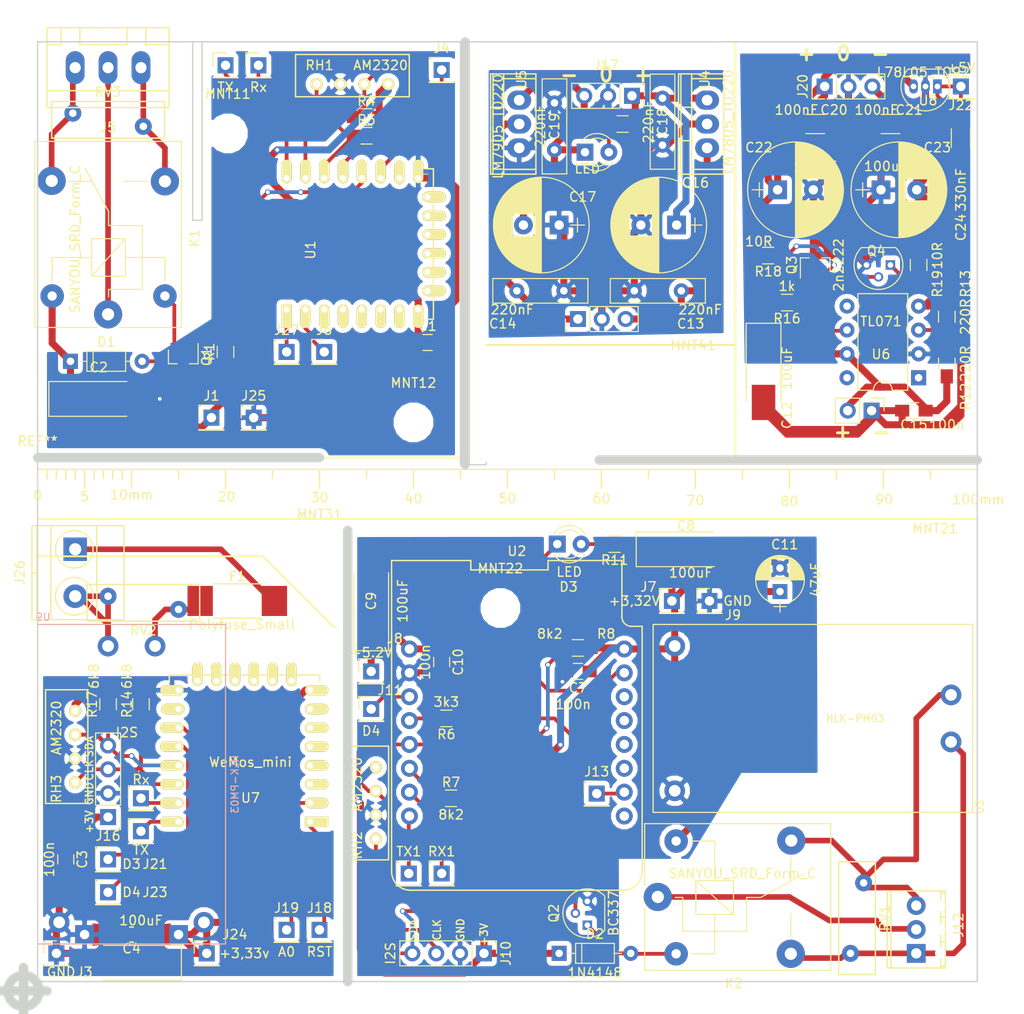
<source format=kicad_pcb>
(kicad_pcb (version 4) (host pcbnew 4.0.7)
  (title_block (title Berker) (date 2018-02-18) (rev 2))
  (layers (0 F.Cu signal) (31 B.Cu signal) (34 B.Paste user hide) (35 F.Paste user hide) (36 B.SilkS user) (37 F.SilkS user) (38 B.Mask user) (39 F.Mask user) (44 Edge.Cuts user))
  (net 0 "")
  (net 1 +3V3)
  (net 2 GNDD)
  (net 3 +3.3VA)
  (net 4 GND)
  (net 5 +5C)
  (net 6 +12VA)
  (net 7 GNDPWR)
  (net 8 "Net-(C13-Pad1)")
  (net 9 "Net-(C14-Pad2)")
  (net 10 "Net-(C16-Pad1)")
  (net 11 "Net-(C17-Pad2)")
  (net 12 GNDA)
  (net 13 "Net-(C24-Pad1)")
  (net 14 "Net-(D1-Pad2)")
  (net 15 "Net-(D2-Pad2)")
  (net 16 "Net-(D3-Pad1)")
  (net 17 "Net-(D3-Pad2)")
  (net 18 "Net-(D4-Pad2)")
  (net 19 "Net-(J4-Pad1)")
  (net 20 "Net-(J5-Pad3)")
  (net 21 "Net-(J5-Pad1)")
  (net 22 "Net-(J5-Pad2)")
  (net 23 "Net-(J6-Pad1)")
  (net 24 "Net-(J10-Pad3)")
  (net 25 "Net-(J10-Pad4)")
  (net 26 "Net-(J11-Pad1)")
  (net 27 "Net-(J12-Pad3)")
  (net 28 "Net-(J12-Pad1)")
  (net 29 "Net-(J12-Pad2)")
  (net 30 "Net-(J13-Pad1)")
  (net 31 "Net-(J16-Pad3)")
  (net 32 "Net-(J16-Pad4)")
  (net 33 "Net-(J18-Pad1)")
  (net 34 "Net-(J19-Pad1)")
  (net 35 "Net-(J21-Pad1)")
  (net 36 "Net-(J23-Pad1)")
  (net 37 "Net-(Q2-Pad2)")
  (net 38 "Net-(Q3-Pad2)")
  (net 39 "Net-(Q3-Pad1)")
  (net 40 "Net-(Q4-Pad1)")
  (net 41 "Net-(R1-Pad2)")
  (net 42 "Net-(R3-Pad1)")
  (net 43 "Net-(R4-Pad1)")
  (net 44 "Net-(R6-Pad2)")
  (net 45 "Net-(R12-Pad2)")
  (net 46 "Net-(R16-Pad2)")
  (net 47 "Net-(RX1-Pad1)")
  (net 48 "Net-(RX2-Pad1)")
  (net 49 "Net-(TX1-Pad1)")
  (net 50 "Net-(TX2-Pad1)")
  (net 51 "Net-(J26-Pad2)")
  (net 52 "Net-(F1-Pad1)")
  (net 53 "Net-(F1-Pad2)")
  (net 54 "Net-(Q1-Pad1)")
  (net 55 "Net-(C13-Pad2)")
  (net 56 "Net-(J27-Pad1)")
  (net 57 "Net-(RX3-Pad1)")
  (net 58 "Net-(TX3-Pad1)")
  (module Mounting_Holes:MountingHole_3.2mm_M3 (layer F.Cu) (at 149.25 160.25)
    (fp_text reference MNT22 (at 0 -4.2) (layer F.SilkS))
    (fp_text value MountingHole_3.2mm_M3)
    (pad 1 np_thru_hole circle (at 0 0) (size 3.2 3.2) (drill 3.2) (layers *.Cu *.Mask))
  )
  (module Mounting_Holes:MountingHole_3.2mm_M3 (layer F.Cu) (at 120.25 109.75)
    (fp_text reference MNT11 (at 0 -4.2) (layer F.SilkS))
    (fp_text value MountingHole_3.2mm_M3)
    (pad 1 np_thru_hole circle (at 0 0) (size 3.2 3.2) (drill 3.2) (layers *.Cu *.Mask))
  )
  (module Mounting_Holes:MountingHole_3.2mm_M3 (layer F.Cu) (at 140 140.5)
    (fp_text reference MNT12 (at 0 -4.2) (layer F.SilkS))
    (fp_text value MountingHole_3.2mm_M3)
    (pad 1 np_thru_hole circle (at 0 0) (size 3.2 3.2) (drill 3.2) (layers *.Cu *.Mask))
  )
  (module Mounting_Holes:MountingHole_3.2mm_M3 (layer F.Cu) (at 169.75 136.5)
    (fp_text reference MNT41 (at 0 -4.2) (layer F.SilkS))
    (fp_text value MountingHole_3.2mm_M3)
    (pad 1 np_thru_hole circle (at 0 0) (size 3.2 3.2) (drill 3.2) (layers *.Cu *.Mask))
  )
  (module Mounting_Holes:MountingHole_3.2mm_M3 (layer F.Cu) (at 195.5 156)
    (fp_text reference MNT21 (at 0 -4.2) (layer F.SilkS))
    (fp_text value MountingHole_3.2mm_M3)
    (pad 1 np_thru_hole circle (at 0 0) (size 3.2 3.2) (drill 3.2) (layers *.Cu *.Mask))
  )
  (module ESP8266:ESP-12E (layer F.Cu) (at 126.5 128.5 90)
    (fp_text reference U1 (at 6.35 2.54 90) (layer F.SilkS))
    (fp_text value WeMos_mini hide)
    (pad 1 thru_hole rect (at 0 0 90) (size 2.5 1.1) (drill 0.65 (offset -0.7 0)) (layers *.Cu *.Mask F.SilkS) (net 56 "Net-(J27-Pad1)"))
    (pad 2 thru_hole oval (at 0 2 90) (size 2.5 1.1) (drill 0.65 (offset -0.7 0)) (layers *.Cu *.Mask F.SilkS) (net 23 "Net-(J6-Pad1)"))
    (pad 3 thru_hole oval (at 0 4 90) (size 2.5 1.1) (drill 0.65 (offset -0.7 0)) (layers *.Cu *.Mask F.SilkS))
    (pad 4 thru_hole oval (at 0 6 90) (size 2.5 1.1) (drill 0.65 (offset -0.7 0)) (layers *.Cu *.Mask F.SilkS))
    (pad 5 thru_hole oval (at 0 8 90) (size 2.5 1.1) (drill 0.65 (offset -0.7 0)) (layers *.Cu *.Mask F.SilkS))
    (pad 6 thru_hole oval (at 0 10 90) (size 2.5 1.1) (drill 0.65 (offset -0.7 0)) (layers *.Cu *.Mask F.SilkS))
    (pad 7 thru_hole oval (at 0 12 90) (size 2.5 1.1) (drill 0.65 (offset -0.7 0)) (layers *.Cu *.Mask F.SilkS))
    (pad 8 thru_hole oval (at 0 14 90) (size 2.5 1.1) (drill 0.65 (offset -0.7 0)) (layers *.Cu *.Mask F.SilkS) (net 1 +3V3))
    (pad 9 thru_hole oval (at 14 14 90) (size 2.5 1.1) (drill 0.65 (offset 0.7 0)) (layers *.Cu *.Mask F.SilkS) (net 2 GNDD))
    (pad 10 thru_hole oval (at 14 12 90) (size 2.5 1.1) (drill 0.65 (offset 0.6 0)) (layers *.Cu *.Mask F.SilkS))
    (pad 11 thru_hole oval (at 14 10 90) (size 2.5 1.1) (drill 0.65 (offset 0.7 0)) (layers *.Cu *.Mask F.SilkS) (net 19 "Net-(J4-Pad1)"))
    (pad 12 thru_hole oval (at 14 8 90) (size 2.5 1.1) (drill 0.65 (offset 0.7 0)) (layers *.Cu *.Mask F.SilkS) (net 41 "Net-(R1-Pad2)"))
    (pad 13 thru_hole oval (at 14 6 90) (size 2.5 1.1) (drill 0.65 (offset 0.7 0)) (layers *.Cu *.Mask F.SilkS) (net 43 "Net-(R4-Pad1)"))
    (pad 14 thru_hole oval (at 14 4 90) (size 2.5 1.1) (drill 0.65 (offset 0.7 0)) (layers *.Cu *.Mask F.SilkS) (net 42 "Net-(R3-Pad1)"))
    (pad 15 thru_hole oval (at 14 2 90) (size 2.5 1.1) (drill 0.65 (offset 0.7 0)) (layers *.Cu *.Mask F.SilkS) (net 57 "Net-(RX3-Pad1)"))
    (pad 16 thru_hole oval (at 14 0 90) (size 2.5 1.1) (drill 0.65 (offset 0.7 0)) (layers *.Cu *.Mask F.SilkS) (net 58 "Net-(TX3-Pad1)"))
    (pad 17 thru_hole oval (at 1.99 15 180) (size 2.5 1.1) (drill 0.65 (offset -0.7 0)) (layers *.Cu *.Mask F.SilkS))
    (pad 18 thru_hole oval (at 3.99 15 180) (size 2.5 1.1) (drill 0.65 (offset -0.7 0)) (layers *.Cu *.Mask F.SilkS))
    (pad 19 thru_hole oval (at 5.99 15 180) (size 2.5 1.1) (drill 0.65 (offset -0.7 0)) (layers *.Cu *.Mask F.SilkS))
    (pad 20 thru_hole oval (at 7.99 15 180) (size 2.5 1.1) (drill 0.65 (offset -0.7 0)) (layers *.Cu *.Mask F.SilkS))
    (pad 21 thru_hole oval (at 9.99 15 180) (size 2.5 1.1) (drill 0.65 (offset -0.7 0)) (layers *.Cu *.Mask F.SilkS))
    (pad 22 thru_hole oval (at 11.99 15 180) (size 2.5 1.1) (drill 0.65 (offset -0.7 0)) (layers *.Cu *.Mask F.SilkS))
  )
  (module Capacitors_SMD:C_0805_HandSoldering (layer F.Cu) (at 141.5 132)
    (fp_text reference C1 (at 0 -1.75) (layer F.SilkS))
    (fp_text value 100n)
    (pad 1 smd rect (at -1.25 0) (size 1.5 1.25) (layers F.Cu F.Paste F.Mask) (net 1 +3V3))
    (pad 2 smd rect (at 1.25 0) (size 1.5 1.25) (layers F.Cu F.Paste F.Mask) (net 2 GNDD))
  )
  (module Capacitors_Tantalum_SMD:CP_Tantalum_Case-C_EIA-6032-28_Hand (layer F.Cu) (at 106.5 138)
    (fp_text reference C2 (at 0 -3.35) (layer F.SilkS))
    (fp_text value 100uF)
    (pad 1 smd rect (at -3.125 0) (size 3.75 2.5) (layers F.Cu F.Paste F.Mask) (net 1 +3V3))
    (pad 2 smd rect (at 3.125 0) (size 3.75 2.5) (layers F.Cu F.Paste F.Mask) (net 2 GNDD))
  )
  (module Capacitors_SMD:C_0805_HandSoldering (layer F.Cu) (at 103 187 270)
    (fp_text reference C3 (at 0 -1.75 270) (layer F.SilkS))
    (fp_text value 100n (at 0 1.75 270) (layer F.SilkS))
    (pad 1 smd rect (at -1.25 0 270) (size 1.5 1.25) (layers F.Cu F.Paste F.Mask) (net 1 +3V3))
    (pad 2 smd rect (at 1.25 0 270) (size 1.5 1.25) (layers F.Cu F.Paste F.Mask) (net 2 GNDD))
  )
  (module Capacitors_Tantalum_SMD:CP_Tantalum_Case-C_EIA-6032-28_Hand (layer F.Cu) (at 110 198 180)
    (fp_text reference C4 (at 0 1.5 180) (layer F.SilkS))
    (fp_text value 100uF (at -1 4.5 180) (layer F.SilkS))
    (pad 1 smd rect (at -3.125 0 180) (size 3.75 2.5) (layers F.Cu F.Paste F.Mask) (net 1 +3V3))
    (pad 2 smd rect (at 3.125 0 180) (size 3.75 2.5) (layers F.Cu F.Paste F.Mask) (net 2 GNDD))
  )
  (module Capacitors_SMD:C_0805_HandSoldering (layer F.Cu) (at 157.5 167 180)
    (fp_text reference C7 (at 0 -1.75 180) (layer F.SilkS))
    (fp_text value 100n (at 0.5 -3.5 180) (layer F.SilkS))
    (pad 1 smd rect (at -1.25 0 180) (size 1.5 1.25) (layers F.Cu F.Paste F.Mask) (net 3 +3.3VA))
    (pad 2 smd rect (at 1.25 0 180) (size 1.5 1.25) (layers F.Cu F.Paste F.Mask) (net 4 GND))
  )
  (module Capacitors_Tantalum_SMD:CP_Tantalum_Case-C_EIA-6032-28_Hand (layer F.Cu) (at 169 154)
    (fp_text reference C8 (at 0 -2.5) (layer F.SilkS))
    (fp_text value 100uF (at 0.5 2.5) (layer F.SilkS))
    (pad 1 smd rect (at -3.125 0) (size 3.75 2.5) (layers F.Cu F.Paste F.Mask) (net 3 +3.3VA))
    (pad 2 smd rect (at 3.125 0) (size 3.75 2.5) (layers F.Cu F.Paste F.Mask) (net 4 GND))
  )
  (module Capacitors_Tantalum_SMD:CP_Tantalum_Case-C_EIA-6032-28_Hand (layer F.Cu) (at 135.5 159.5 90)
    (fp_text reference C9 (at 0 0 90) (layer F.SilkS))
    (fp_text value 100uF (at 0 3.35 90) (layer F.SilkS))
    (pad 1 smd rect (at -3.125 0 90) (size 3.75 2.5) (layers F.Cu F.Paste F.Mask) (net 5 +5C))
    (pad 2 smd rect (at 3.125 0 90) (size 3.75 2.5) (layers F.Cu F.Paste F.Mask) (net 4 GND))
  )
  (module Capacitors_SMD:C_0805_HandSoldering (layer F.Cu) (at 143 166 270)
    (fp_text reference C10 (at 0 -1.75 270) (layer F.SilkS))
    (fp_text value 100n (at 0 1.75 270) (layer F.SilkS))
    (pad 1 smd rect (at -1.25 0 270) (size 1.5 1.25) (layers F.Cu F.Paste F.Mask) (net 5 +5C))
    (pad 2 smd rect (at 1.25 0 270) (size 1.5 1.25) (layers F.Cu F.Paste F.Mask) (net 4 GND))
  )
  (module Capacitors_THT:CP_Radial_D5.0mm_P2.50mm (layer F.Cu) (at 179 158.5 90)
    (fp_text reference C11 (at 5 0.5 180) (layer F.SilkS))
    (fp_text value 47uF (at 1.25 3.81 90) (layer F.SilkS))
    (pad 1 thru_hole rect (at 0 0 90) (size 1.6 1.6) (drill 0.8) (layers *.Cu *.Mask) (net 3 +3.3VA))
    (pad 2 thru_hole circle (at 2.5 0 90) (size 1.6 1.6) (drill 0.8) (layers *.Cu *.Mask) (net 4 GND))
  )
  (module Capacitors_Tantalum_SMD:CP_Tantalum_Case-C_EIA-6032-28_Hand (layer F.Cu) (at 177.25 135.25 270)
    (fp_text reference C12 (at 4.5 -2.5 270) (layer F.SilkS))
    (fp_text value 100uF (at -0.5 -2.5 270) (layer F.SilkS))
    (pad 1 smd rect (at -3.125 0 270) (size 3.75 2.5) (layers F.Cu F.Paste F.Mask) (net 6 +12VA))
    (pad 2 smd rect (at 3.125 0 270) (size 3.75 2.5) (layers F.Cu F.Paste F.Mask) (net 7 GNDPWR))
  )
  (module Capacitors_THT:C_Disc_D10.0mm_W2.5mm_P5.00mm (layer F.Cu) (at 168.5 126.5 180)
    (fp_text reference C13 (at -1 -3.5 180) (layer F.SilkS))
    (fp_text value 220nF (at -2 -2 180) (layer F.SilkS))
    (pad 1 thru_hole circle (at 0 0 180) (size 1.6 1.6) (drill 0.8) (layers *.Cu *.Mask) (net 8 "Net-(C13-Pad1)"))
    (pad 2 thru_hole circle (at 5 0 180) (size 1.6 1.6) (drill 0.8) (layers *.Cu *.Mask) (net 55 "Net-(C13-Pad2)"))
  )
  (module Capacitors_THT:C_Disc_D10.0mm_W2.5mm_P5.00mm (layer F.Cu) (at 156 126.5 180)
    (fp_text reference C14 (at 6.5 -3.5 180) (layer F.SilkS))
    (fp_text value 220nF (at 5.5 -2 180) (layer F.SilkS))
    (pad 1 thru_hole circle (at 0 0 180) (size 1.6 1.6) (drill 0.8) (layers *.Cu *.Mask) (net 55 "Net-(C13-Pad2)"))
    (pad 2 thru_hole circle (at 5 0 180) (size 1.6 1.6) (drill 0.8) (layers *.Cu *.Mask) (net 9 "Net-(C14-Pad2)"))
  )
  (module Capacitors_SMD:C_0805_HandSoldering (layer F.Cu) (at 193.25 139.25 180)
    (fp_text reference C15 (at 0 -1.5 180) (layer F.SilkS))
    (fp_text value 100n (at -3.5 -1.5 180) (layer F.SilkS))
    (pad 1 smd rect (at -1.25 0 180) (size 1.5 1.25) (layers F.Cu F.Paste F.Mask) (net 6 +12VA))
    (pad 2 smd rect (at 1.25 0 180) (size 1.5 1.25) (layers F.Cu F.Paste F.Mask) (net 7 GNDPWR))
  )
  (module Capacitors_THT:CP_Radial_D10.0mm_P3.80mm (layer F.Cu) (at 168 119.5 180)
    (fp_text reference C16 (at -2 4.5 180) (layer F.SilkS))
    (fp_text value 100uF)
    (pad 1 thru_hole rect (at 0 0 180) (size 2 2) (drill 1) (layers *.Cu *.Mask) (net 10 "Net-(C16-Pad1)"))
    (pad 2 thru_hole circle (at 3.8 0 180) (size 2 2) (drill 1) (layers *.Cu *.Mask) (net 55 "Net-(C13-Pad2)"))
  )
  (module Capacitors_THT:CP_Radial_D10.0mm_P3.80mm (layer F.Cu) (at 155.5 119.5 180)
    (fp_text reference C17 (at -2.5 3 180) (layer F.SilkS))
    (fp_text value 100uF)
    (pad 1 thru_hole rect (at 0 0 180) (size 2 2) (drill 1) (layers *.Cu *.Mask) (net 55 "Net-(C13-Pad2)"))
    (pad 2 thru_hole circle (at 3.8 0 180) (size 2 2) (drill 1) (layers *.Cu *.Mask) (net 11 "Net-(C17-Pad2)"))
  )
  (module Capacitors_THT:C_Disc_D10.0mm_W2.5mm_P5.00mm (layer F.Cu) (at 166.5 106 270)
    (fp_text reference C18 (at 2.5 0 270) (layer F.SilkS))
    (fp_text value 220nF (at 2.5 1.5 270) (layer F.SilkS))
    (pad 1 thru_hole circle (at 0 0 270) (size 1.6 1.6) (drill 0.8) (layers *.Cu *.Mask) (net 10 "Net-(C16-Pad1)"))
    (pad 2 thru_hole circle (at 5 0 270) (size 1.6 1.6) (drill 0.8) (layers *.Cu *.Mask) (net 55 "Net-(C13-Pad2)"))
  )
  (module Capacitors_THT:C_Disc_D10.0mm_W2.5mm_P5.00mm (layer F.Cu) (at 155 106.5 270)
    (fp_text reference C19 (at 2.5 0 270) (layer F.SilkS))
    (fp_text value 220nF (at 2.5 1.5 270) (layer F.SilkS))
    (pad 1 thru_hole circle (at 0 0 270) (size 1.6 1.6) (drill 0.8) (layers *.Cu *.Mask) (net 55 "Net-(C13-Pad2)"))
    (pad 2 thru_hole circle (at 5 0 270) (size 1.6 1.6) (drill 0.8) (layers *.Cu *.Mask) (net 11 "Net-(C17-Pad2)"))
  )
  (module Capacitors_SMD:C_1206_HandSoldering (layer F.Cu) (at 182.75 108.75)
    (fp_text reference C20 (at 2 -1.5) (layer F.SilkS))
    (fp_text value 100nF (at -2 -1.5) (layer F.SilkS))
    (pad 1 smd rect (at -2 0) (size 2 1.6) (layers F.Cu F.Paste F.Mask) (net 6 +12VA))
    (pad 2 smd rect (at 2 0) (size 2 1.6) (layers F.Cu F.Paste F.Mask) (net 12 GNDA))
  )
  (module Capacitors_SMD:C_1206_HandSoldering (layer F.Cu) (at 190.75 108.75)
    (fp_text reference C21 (at 2 -1.5) (layer F.SilkS))
    (fp_text value 100nF (at -1.5 -1.5) (layer F.SilkS))
    (pad 1 smd rect (at -2 0) (size 2 1.6) (layers F.Cu F.Paste F.Mask) (net 12 GNDA))
    (pad 2 smd rect (at 2 0) (size 2 1.6) (layers F.Cu F.Paste F.Mask) (net 7 GNDPWR))
  )
  (module Capacitors_THT:CP_Radial_D10.0mm_P3.80mm (layer F.Cu) (at 178.75 115.75)
    (fp_text reference C22 (at -2 -4.5) (layer F.SilkS))
    (fp_text value 100uF (at 4 -2.5) (layer F.SilkS))
    (pad 1 thru_hole rect (at 0 0) (size 2 2) (drill 1) (layers *.Cu *.Mask) (net 6 +12VA))
    (pad 2 thru_hole circle (at 3.8 0) (size 2 2) (drill 1) (layers *.Cu *.Mask) (net 12 GNDA))
  )
  (module Capacitors_THT:CP_Radial_D10.0mm_P3.80mm (layer F.Cu) (at 189.75 115.75)
    (fp_text reference C23 (at 6 -4.5) (layer F.SilkS))
    (fp_text value 100uF (at 0.5 -2.5) (layer F.SilkS))
    (pad 1 thru_hole rect (at 0 0) (size 2 2) (drill 1) (layers *.Cu *.Mask) (net 12 GNDA))
    (pad 2 thru_hole circle (at 3.8 0) (size 2 2) (drill 1) (layers *.Cu *.Mask) (net 7 GNDPWR))
  )
  (module Capacitors_SMD:C_1206_HandSoldering (layer F.Cu) (at 198.25 110.25 270)
    (fp_text reference C24 (at 9.5 0 270) (layer F.SilkS))
    (fp_text value 330nF (at 5.5 0 270) (layer F.SilkS))
    (pad 1 smd rect (at -2 0 270) (size 2 1.6) (layers F.Cu F.Paste F.Mask) (net 13 "Net-(C24-Pad1)"))
    (pad 2 smd rect (at 2 0 270) (size 2 1.6) (layers F.Cu F.Paste F.Mask) (net 12 GNDA))
  )
  (module Diodes_THT:D_DO-35_SOD27_P7.62mm_Horizontal (layer F.Cu) (at 155.5 197)
    (fp_text reference D2 (at 3.81 -2.06) (layer F.SilkS))
    (fp_text value 1N4148 (at 3.81 2.06) (layer F.SilkS))
    (pad 1 thru_hole rect (at 0 0) (size 1.6 1.6) (drill 0.8) (layers *.Cu *.Mask) (net 3 +3.3VA))
    (pad 2 thru_hole oval (at 7.62 0) (size 1.6 1.6) (drill 0.8) (layers *.Cu *.Mask) (net 15 "Net-(D2-Pad2)"))
  )
  (module LEDs:LED_D3.0mm (layer F.Cu) (at 155.3 153.45)
    (fp_text reference D3 (at 1.2 4.55) (layer F.SilkS))
    (fp_text value LED (at 1.27 2.96) (layer F.SilkS))
    (pad 1 thru_hole rect (at 0 0) (size 1.8 1.8) (drill 0.9) (layers *.Cu *.Mask) (net 16 "Net-(D3-Pad1)"))
    (pad 2 thru_hole circle (at 2.54 0) (size 1.8 1.8) (drill 0.9) (layers *.Cu *.Mask) (net 17 "Net-(D3-Pad2)"))
  )
  (module LEDs:LED_D3.0mm (layer F.Cu) (at 158.25 111.75)
    (fp_text reference D4 hide)
    (fp_text value LED (at 0.25 1.75) (layer F.SilkS))
    (pad 1 thru_hole rect (at 0 0) (size 1.8 1.8) (drill 0.9) (layers *.Cu *.Mask) (net 11 "Net-(C17-Pad2)"))
    (pad 2 thru_hole circle (at 2.54 0) (size 1.8 1.8) (drill 0.9) (layers *.Cu *.Mask) (net 18 "Net-(D4-Pad2)"))
  )
  (module Pin_Headers:Pin_Header_Straight_1x04_Pitch2.54mm (layer F.Cu) (at 147.5 197 270)
    (fp_text reference J10 (at 0 -2.33 270) (layer F.SilkS))
    (fp_text value I2S (at 0 9.95 270) (layer F.SilkS))
    (pad 1 thru_hole rect (at 0 0 270) (size 1.7 1.7) (drill 1) (layers *.Cu *.Mask) (net 3 +3.3VA))
    (pad 2 thru_hole oval (at 0 2.54 270) (size 1.7 1.7) (drill 1) (layers *.Cu *.Mask) (net 4 GND))
    (pad 3 thru_hole oval (at 0 5.08 270) (size 1.7 1.7) (drill 1) (layers *.Cu *.Mask) (net 24 "Net-(J10-Pad3)"))
    (pad 4 thru_hole oval (at 0 7.62 270) (size 1.7 1.7) (drill 1) (layers *.Cu *.Mask) (net 25 "Net-(J10-Pad4)"))
  )
  (module Pin_Headers:Pin_Header_Straight_1x03_Pitch2.54mm (layer F.Cu) (at 157.5 129.5 90)
    (fp_text reference J14 hide)
    (fp_text value Conn_01x03)
    (pad 1 thru_hole rect (at 0 0 90) (size 1.7 1.7) (drill 1) (layers *.Cu *.Mask) (net 9 "Net-(C14-Pad2)"))
    (pad 2 thru_hole oval (at 0 2.54 90) (size 1.7 1.7) (drill 1) (layers *.Cu *.Mask) (net 55 "Net-(C13-Pad2)"))
    (pad 3 thru_hole oval (at 0 5.08 90) (size 1.7 1.7) (drill 1) (layers *.Cu *.Mask) (net 8 "Net-(C13-Pad1)"))
  )
  (module Pin_Headers:Pin_Header_Straight_1x02_Pitch2.54mm (layer F.Cu) (at 188.75 139.25 270)
    (fp_text reference J15)
    (fp_text value Conn_01x02)
    (pad 1 thru_hole rect (at 0 0 270) (size 1.7 1.7) (drill 1) (layers *.Cu *.Mask) (net 7 GNDPWR))
    (pad 2 thru_hole oval (at 0 2.54 270) (size 1.7 1.7) (drill 1) (layers *.Cu *.Mask) (net 6 +12VA))
  )
  (module Pin_Headers:Pin_Header_Straight_1x04_Pitch2.54mm (layer F.Cu) (at 107.5 182.5 180)
    (fp_text reference J16 (at 0 -2 180) (layer F.SilkS))
    (fp_text value I2S (at -2 9 180) (layer F.SilkS))
    (pad 1 thru_hole rect (at 0 0 180) (size 1.7 1.7) (drill 1) (layers *.Cu *.Mask) (net 1 +3V3))
    (pad 2 thru_hole oval (at 0 2.54 180) (size 1.7 1.7) (drill 1) (layers *.Cu *.Mask) (net 2 GNDD))
    (pad 3 thru_hole oval (at 0 5.08 180) (size 1.7 1.7) (drill 1) (layers *.Cu *.Mask) (net 31 "Net-(J16-Pad3)"))
    (pad 4 thru_hole oval (at 0 7.62 180) (size 1.7 1.7) (drill 1) (layers *.Cu *.Mask) (net 32 "Net-(J16-Pad4)"))
  )
  (module Pin_Headers:Pin_Header_Straight_1x03_Pitch2.54mm (layer F.Cu) (at 163.25 105.75 270)
    (fp_text reference J17 (at -3.25 2.75 360) (layer F.SilkS))
    (fp_text value Conn_01x03)
    (pad 1 thru_hole rect (at 0 0 270) (size 1.7 1.7) (drill 1) (layers *.Cu *.Mask) (net 10 "Net-(C16-Pad1)"))
    (pad 2 thru_hole oval (at 0 2.54 270) (size 1.7 1.7) (drill 1) (layers *.Cu *.Mask) (net 55 "Net-(C13-Pad2)"))
    (pad 3 thru_hole oval (at 0 5.08 270) (size 1.7 1.7) (drill 1) (layers *.Cu *.Mask) (net 11 "Net-(C17-Pad2)"))
  )
  (module Pin_Headers:Pin_Header_Straight_1x03_Pitch2.54mm (layer F.Cu) (at 183.75 104.75 90)
    (fp_text reference J20 (at 0 -2.33 90) (layer F.SilkS))
    (fp_text value Conn_01x03)
    (pad 1 thru_hole rect (at 0 0 90) (size 1.7 1.7) (drill 1) (layers *.Cu *.Mask) (net 6 +12VA))
    (pad 2 thru_hole oval (at 0 2.54 90) (size 1.7 1.7) (drill 1) (layers *.Cu *.Mask) (net 12 GNDA))
    (pad 3 thru_hole oval (at 0 5.08 90) (size 1.7 1.7) (drill 1) (layers *.Cu *.Mask) (net 7 GNDPWR))
  )
  (module Relays_THT:Relay_SPDT_SANYOU_SRD_Series_Form_C (layer F.Cu) (at 107.5 129 90)
    (fp_text reference K1 (at 8.1 9.2 90) (layer F.SilkS))
    (fp_text value SANYOU_SRD_Form_C (at 8 -3.5 90) (layer F.SilkS))
    (pad 2 thru_hole circle (at 1.95 6.05 180) (size 2.5 2.5) (drill 1) (layers *.Cu *.Mask) (net 14 "Net-(D1-Pad2)"))
    (pad 3 thru_hole circle (at 14.15 6.05 180) (size 3 3) (drill 1.3) (layers *.Cu *.Mask) (net 21 "Net-(J5-Pad1)"))
    (pad 4 thru_hole circle (at 14.2 -6 180) (size 3 3) (drill 1.3) (layers *.Cu *.Mask) (net 20 "Net-(J5-Pad3)"))
    (pad 5 thru_hole circle (at 1.95 -5.95 180) (size 2.5 2.5) (drill 1) (layers *.Cu *.Mask) (net 1 +3V3))
    (pad 1 thru_hole circle (at 0 0 180) (size 3 3) (drill 1.3) (layers *.Cu *.Mask) (net 22 "Net-(J5-Pad2)"))
  )
  (module Relays_THT:Relay_SPDT_SANYOU_SRD_Series_Form_C (layer F.Cu) (at 166 191)
    (fp_text reference K2 (at 8.1 9.2) (layer F.SilkS))
    (fp_text value SANYOU_SRD_Form_C (at 9 -2.5) (layer F.SilkS))
    (pad 2 thru_hole circle (at 1.95 6.05 90) (size 2.5 2.5) (drill 1) (layers *.Cu *.Mask) (net 15 "Net-(D2-Pad2)"))
    (pad 3 thru_hole circle (at 14.15 6.05 90) (size 3 3) (drill 1.3) (layers *.Cu *.Mask) (net 28 "Net-(J12-Pad1)"))
    (pad 4 thru_hole circle (at 14.2 -6 90) (size 3 3) (drill 1.3) (layers *.Cu *.Mask) (net 27 "Net-(J12-Pad3)"))
    (pad 5 thru_hole circle (at 1.95 -5.95 90) (size 2.5 2.5) (drill 1) (layers *.Cu *.Mask) (net 3 +3.3VA))
    (pad 1 thru_hole circle (at 0 0 90) (size 3 3) (drill 1.3) (layers *.Cu *.Mask) (net 29 "Net-(J12-Pad2)"))
  )
  (module TO_SOT_Packages_THT:TO-92_Molded_Narrow (layer F.Cu) (at 158.5 194 90)
    (fp_text reference Q2 (at 1.27 -3.56 90) (layer F.SilkS))
    (fp_text value BC337 (at 1.27 2.79 90) (layer F.SilkS))
    (pad 2 thru_hole circle (at 1.27 -1.27 180) (size 1 1) (drill 0.6) (layers *.Cu *.Mask) (net 37 "Net-(Q2-Pad2)"))
    (pad 3 thru_hole circle (at 2.54 0 180) (size 1 1) (drill 0.6) (layers *.Cu *.Mask) (net 4 GND))
    (pad 1 thru_hole rect (at 0 0 180) (size 1 1) (drill 0.6) (layers *.Cu *.Mask) (net 15 "Net-(D2-Pad2)"))
  )
  (module TO_SOT_Packages_THT:TO-92_Molded_Narrow (layer F.Cu) (at 190.75 123.75 180)
    (fp_text reference Q4 (at 1.5 1.5 180) (layer F.SilkS))
    (fp_text value BC328)
    (pad 2 thru_hole circle (at 1.27 -1.27 270) (size 1 1) (drill 0.6) (layers *.Cu *.Mask) (net 39 "Net-(Q3-Pad1)"))
    (pad 3 thru_hole circle (at 2.54 0 270) (size 1 1) (drill 0.6) (layers *.Cu *.Mask) (net 12 GNDA))
    (pad 1 thru_hole rect (at 0 0 270) (size 1 1) (drill 0.6) (layers *.Cu *.Mask) (net 40 "Net-(Q4-Pad1)"))
  )
  (module Resistors_SMD:R_0805_HandSoldering (layer F.Cu) (at 120 133 90)
    (fp_text reference R1 (at 0 -1.7 90) (layer F.SilkS))
    (fp_text value 2k2)
    (pad 1 smd rect (at -1.35 0 90) (size 1.5 1.3) (layers F.Cu F.Paste F.Mask) (net 54 "Net-(Q1-Pad1)"))
    (pad 2 smd rect (at 1.35 0 90) (size 1.5 1.3) (layers F.Cu F.Paste F.Mask) (net 41 "Net-(R1-Pad2)"))
  )
  (module Resistors_SMD:R_0805_HandSoldering (layer F.Cu) (at 135 110)
    (fp_text reference R3 (at 0 -1.7) (layer F.SilkS))
    (fp_text value 6k8)
    (pad 1 smd rect (at -1.35 0) (size 1.5 1.3) (layers F.Cu F.Paste F.Mask) (net 42 "Net-(R3-Pad1)"))
    (pad 2 smd rect (at 1.35 0) (size 1.5 1.3) (layers F.Cu F.Paste F.Mask) (net 1 +3V3))
  )
  (module Resistors_SMD:R_0805_HandSoldering (layer F.Cu) (at 135 108)
    (fp_text reference R4 (at 0 -1.7) (layer F.SilkS))
    (fp_text value 6k8)
    (pad 1 smd rect (at -1.35 0) (size 1.5 1.3) (layers F.Cu F.Paste F.Mask) (net 43 "Net-(R4-Pad1)"))
    (pad 2 smd rect (at 1.35 0) (size 1.5 1.3) (layers F.Cu F.Paste F.Mask) (net 1 +3V3))
  )
  (module Resistors_SMD:R_0805_HandSoldering (layer F.Cu) (at 143.5 172 180)
    (fp_text reference R6 (at 0 -1.7 180) (layer F.SilkS))
    (fp_text value 3k3 (at 0 1.75 180) (layer F.SilkS))
    (pad 1 smd rect (at -1.35 0 180) (size 1.5 1.3) (layers F.Cu F.Paste F.Mask) (net 37 "Net-(Q2-Pad2)"))
    (pad 2 smd rect (at 1.35 0 180) (size 1.5 1.3) (layers F.Cu F.Paste F.Mask) (net 44 "Net-(R6-Pad2)"))
  )
  (module Resistors_SMD:R_0805_HandSoldering (layer F.Cu) (at 144 180.5)
    (fp_text reference R7 (at 0 -1.7) (layer F.SilkS))
    (fp_text value 8k2 (at 0 1.75) (layer F.SilkS))
    (pad 1 smd rect (at -1.35 0) (size 1.5 1.3) (layers F.Cu F.Paste F.Mask) (net 25 "Net-(J10-Pad4)"))
    (pad 2 smd rect (at 1.35 0) (size 1.5 1.3) (layers F.Cu F.Paste F.Mask) (net 3 +3.3VA))
  )
  (module Resistors_SMD:R_0805_HandSoldering (layer F.Cu) (at 157.5 164.5)
    (fp_text reference R8 (at 3 -1.5) (layer F.SilkS))
    (fp_text value 8k2 (at -3 -1.5) (layer F.SilkS))
    (pad 1 smd rect (at -1.35 0) (size 1.5 1.3) (layers F.Cu F.Paste F.Mask) (net 24 "Net-(J10-Pad3)"))
    (pad 2 smd rect (at 1.35 0) (size 1.5 1.3) (layers F.Cu F.Paste F.Mask) (net 3 +3.3VA))
  )
  (module Resistors_SMD:R_0805_HandSoldering (layer F.Cu) (at 161.4 153.45 180)
    (fp_text reference R11 (at 0 -1.7 180) (layer F.SilkS))
    (fp_text value R)
    (pad 1 smd rect (at -1.35 0 180) (size 1.5 1.3) (layers F.Cu F.Paste F.Mask) (net 3 +3.3VA))
    (pad 2 smd rect (at 1.35 0 180) (size 1.5 1.3) (layers F.Cu F.Paste F.Mask) (net 17 "Net-(D3-Pad2)"))
  )
  (module Resistors_SMD:R_0805_HandSoldering (layer F.Cu) (at 196.75 134.25 90)
    (fp_text reference R12 (at -3.5 2 90) (layer F.SilkS))
    (fp_text value 220R (at 0 2 90) (layer F.SilkS))
    (pad 1 smd rect (at -1.35 0 90) (size 1.5 1.3) (layers F.Cu F.Paste F.Mask) (net 6 +12VA))
    (pad 2 smd rect (at 1.35 0 90) (size 1.5 1.3) (layers F.Cu F.Paste F.Mask) (net 45 "Net-(R12-Pad2)"))
  )
  (module Resistors_SMD:R_0805_HandSoldering (layer F.Cu) (at 196.75 129.25 90)
    (fp_text reference R13 (at 3.5 2 90) (layer F.SilkS))
    (fp_text value 220R (at 0 2 90) (layer F.SilkS))
    (pad 1 smd rect (at -1.35 0 90) (size 1.5 1.3) (layers F.Cu F.Paste F.Mask) (net 45 "Net-(R12-Pad2)"))
    (pad 2 smd rect (at 1.35 0 90) (size 1.5 1.3) (layers F.Cu F.Paste F.Mask) (net 7 GNDPWR))
  )
  (module Resistors_SMD:R_0805_HandSoldering (layer F.Cu) (at 111 170.5 90)
    (fp_text reference R14 (at 0 -1.5 90) (layer F.SilkS))
    (fp_text value 6k8 (at 3 -1.5 90) (layer F.SilkS))
    (pad 1 smd rect (at -1.35 0 90) (size 1.5 1.3) (layers F.Cu F.Paste F.Mask) (net 31 "Net-(J16-Pad3)"))
    (pad 2 smd rect (at 1.35 0 90) (size 1.5 1.3) (layers F.Cu F.Paste F.Mask) (net 1 +3V3))
  )
  (module Resistors_SMD:R_0805_HandSoldering (layer F.Cu) (at 162.25 108.75 180)
    (fp_text reference R15 hide)
    (fp_text value R)
    (pad 1 smd rect (at -1.35 0 180) (size 1.5 1.3) (layers F.Cu F.Paste F.Mask) (net 10 "Net-(C16-Pad1)"))
    (pad 2 smd rect (at 1.35 0 180) (size 1.5 1.3) (layers F.Cu F.Paste F.Mask) (net 18 "Net-(D4-Pad2)"))
  )
  (module Resistors_SMD:R_0805_HandSoldering (layer F.Cu) (at 179.75 127.75 180)
    (fp_text reference R16 (at 0 -1.7 180) (layer F.SilkS))
    (fp_text value 1k (at 0 1.75 180) (layer F.SilkS))
    (pad 1 smd rect (at -1.35 0 180) (size 1.5 1.3) (layers F.Cu F.Paste F.Mask) (net 39 "Net-(Q3-Pad1)"))
    (pad 2 smd rect (at 1.35 0 180) (size 1.5 1.3) (layers F.Cu F.Paste F.Mask) (net 46 "Net-(R16-Pad2)"))
  )
  (module Resistors_SMD:R_0805_HandSoldering (layer F.Cu) (at 107.5 170.5 90)
    (fp_text reference R17 (at 0 -1.7 90) (layer F.SilkS))
    (fp_text value 6k8 (at 3 -1.5 90) (layer F.SilkS))
    (pad 1 smd rect (at -1.35 0 90) (size 1.5 1.3) (layers F.Cu F.Paste F.Mask) (net 32 "Net-(J16-Pad4)"))
    (pad 2 smd rect (at 1.35 0 90) (size 1.5 1.3) (layers F.Cu F.Paste F.Mask) (net 1 +3V3))
  )
  (module module:AM2320 (layer F.Cu) (at 133.5 104.5 180)
    (fp_text reference RH1 (at 3.5 2 180) (layer F.SilkS))
    (fp_text value AM2320 (at -3 2 180) (layer F.SilkS))
    (pad 1 thru_hole circle (at -3.81 0 180) (size 1.3 1.3) (drill 0.8) (layers *.Cu *.Mask F.SilkS) (net 1 +3V3))
    (pad 2 thru_hole circle (at -1.27 0 180) (size 1.3 1.3) (drill 0.8) (layers *.Cu *.Mask F.SilkS) (net 43 "Net-(R4-Pad1)"))
    (pad 3 thru_hole circle (at 1.27 0 180) (size 1.3 1.3) (drill 0.8) (layers *.Cu *.Mask F.SilkS) (net 2 GNDD))
    (pad 4 thru_hole circle (at 3.81 0 180) (size 1.3 1.3) (drill 0.8) (layers *.Cu *.Mask F.SilkS) (net 42 "Net-(R3-Pad1)"))
  )
  (module module:AM2320 (layer F.Cu) (at 136 181 270)
    (fp_text reference RH2 (at 4.5 2 270) (layer F.SilkS))
    (fp_text value AM2320 (at -2 2 270) (layer F.SilkS))
    (pad 1 thru_hole circle (at -3.81 0 270) (size 1.3 1.3) (drill 0.8) (layers *.Cu *.Mask F.SilkS) (net 3 +3.3VA))
    (pad 2 thru_hole circle (at -1.27 0 270) (size 1.3 1.3) (drill 0.8) (layers *.Cu *.Mask F.SilkS) (net 24 "Net-(J10-Pad3)"))
    (pad 3 thru_hole circle (at 1.27 0 270) (size 1.3 1.3) (drill 0.8) (layers *.Cu *.Mask F.SilkS) (net 4 GND))
    (pad 4 thru_hole circle (at 3.81 0 270) (size 1.3 1.3) (drill 0.8) (layers *.Cu *.Mask F.SilkS) (net 25 "Net-(J10-Pad4)"))
  )
  (module module:AM2320 (layer F.Cu) (at 104 175 270)
    (fp_text reference RH3 (at 4.5 2 270) (layer F.SilkS))
    (fp_text value AM2320 (at -2 2 270) (layer F.SilkS))
    (pad 1 thru_hole circle (at -3.81 0 270) (size 1.3 1.3) (drill 0.8) (layers *.Cu *.Mask F.SilkS) (net 1 +3V3))
    (pad 2 thru_hole circle (at -1.27 0 270) (size 1.3 1.3) (drill 0.8) (layers *.Cu *.Mask F.SilkS) (net 32 "Net-(J16-Pad4)"))
    (pad 3 thru_hole circle (at 1.27 0 270) (size 1.3 1.3) (drill 0.8) (layers *.Cu *.Mask F.SilkS) (net 2 GNDD))
    (pad 4 thru_hole circle (at 3.81 0 270) (size 1.3 1.3) (drill 0.8) (layers *.Cu *.Mask F.SilkS) (net 31 "Net-(J16-Pad3)"))
  )
  (module wemos-d1-mini:wemos-d1-mini-connectors-only (layer F.Cu) (at 151 173.5 270)
    (fp_text reference U2 (at -19.3 0 360) (layer F.SilkS))
    (fp_text value WeMos_mini)
    (pad 16 thru_hole circle (at -8.89 -11.43 270) (size 1.8 1.8) (drill 1.016) (layers *.Cu *.Mask) (net 3 +3.3VA))
    (pad 1 thru_hole circle (at -8.89 11.43 270) (size 1.8 1.8) (drill 1.016) (layers *.Cu *.Mask) (net 5 +5C))
    (pad 15 thru_hole circle (at -6.35 -11.43 270) (size 1.8 1.8) (drill 1.016) (layers *.Cu *.Mask) (net 16 "Net-(D3-Pad1)"))
    (pad 2 thru_hole circle (at -6.35 11.43 270) (size 1.8 1.8) (drill 1.016) (layers *.Cu *.Mask) (net 4 GND))
    (pad 14 thru_hole circle (at -3.81 -11.43 270) (size 1.8 1.8) (drill 1.016) (layers *.Cu *.Mask))
    (pad 3 thru_hole circle (at -3.81 11.43 270) (size 1.8 1.8) (drill 1.016) (layers *.Cu *.Mask) (net 26 "Net-(J11-Pad1)"))
    (pad 13 thru_hole circle (at -1.27 -11.43 270) (size 1.8 1.8) (drill 1.016) (layers *.Cu *.Mask))
    (pad 4 thru_hole circle (at -1.27 11.43 270) (size 1.8 1.8) (drill 1.016) (layers *.Cu *.Mask) (net 44 "Net-(R6-Pad2)"))
    (pad 12 thru_hole circle (at 1.27 -11.43 270) (size 1.8 1.8) (drill 1.016) (layers *.Cu *.Mask))
    (pad 5 thru_hole circle (at 1.27 11.43 270) (size 1.8 1.8) (drill 1.016) (layers *.Cu *.Mask) (net 24 "Net-(J10-Pad3)"))
    (pad 11 thru_hole circle (at 3.81 -11.43 270) (size 1.8 1.8) (drill 1.016) (layers *.Cu *.Mask))
    (pad 6 thru_hole circle (at 3.81 11.43 270) (size 1.8 1.8) (drill 1.016) (layers *.Cu *.Mask) (net 25 "Net-(J10-Pad4)"))
    (pad 10 thru_hole circle (at 6.35 -11.43 270) (size 1.8 1.8) (drill 1.016) (layers *.Cu *.Mask) (net 30 "Net-(J13-Pad1)"))
    (pad 7 thru_hole circle (at 6.35 11.43 270) (size 1.8 1.8) (drill 1.016) (layers *.Cu *.Mask) (net 47 "Net-(RX1-Pad1)"))
    (pad 9 thru_hole circle (at 8.89 -11.43 270) (size 1.8 1.8) (drill 1.016) (layers *.Cu *.Mask))
    (pad 8 thru_hole circle (at 8.89 11.43 270) (size 1.8 1.8) (drill 1.016) (layers *.Cu *.Mask) (net 49 "Net-(TX1-Pad1)"))
  )
  (module Power_Supply:HLK-PM03 (layer F.Cu) (at 182.5 172 180)
    (fp_text reference U3 (at -17.78 -9.398 270) (layer F.SilkS) (effects (font (size 0.762 0.762) (thickness 0.127))))
    (fp_text value HLK-PM03 (at -4.5 0 180) (layer F.SilkS) (effects (font (size 0.762 0.762) (thickness 0.127))))
    (pad 1 thru_hole circle (at -14.7 -2.5 180) (size 2.2 2.2) (drill 1.25) (layers *.Cu *.Mask) (net 28 "Net-(J12-Pad1)"))
    (pad 2 thru_hole circle (at -14.7 2.5 180) (size 2.2 2.2) (drill 1.25) (layers *.Cu *.Mask) (net 27 "Net-(J12-Pad3)"))
    (pad 3 thru_hole circle (at 14.7 -7.7 180) (size 2.2 2.2) (drill 1.25) (layers *.Cu *.Mask) (net 4 GND))
    (pad 4 thru_hole circle (at 14.7 7.7 180) (size 2.2 2.2) (drill 1.25) (layers *.Cu *.Mask) (net 3 +3.3VA))
  )
  (module Housings_DIP:DIP-8_W7.62mm (layer F.Cu) (at 193.75 135.75 180)
    (fp_text reference U6 (at 4 2.5 180) (layer F.SilkS))
    (fp_text value TL071 (at 4 6 180) (layer F.SilkS))
    (pad 1 thru_hole rect (at 0 0 180) (size 1.6 1.6) (drill 0.8) (layers *.Cu *.Mask))
    (pad 5 thru_hole oval (at 7.62 7.62 180) (size 1.6 1.6) (drill 0.8) (layers *.Cu *.Mask))
    (pad 2 thru_hole oval (at 0 2.54 180) (size 1.6 1.6) (drill 0.8) (layers *.Cu *.Mask) (net 12 GNDA))
    (pad 6 thru_hole oval (at 7.62 5.08 180) (size 1.6 1.6) (drill 0.8) (layers *.Cu *.Mask) (net 46 "Net-(R16-Pad2)"))
    (pad 3 thru_hole oval (at 0 5.08 180) (size 1.6 1.6) (drill 0.8) (layers *.Cu *.Mask) (net 45 "Net-(R12-Pad2)"))
    (pad 7 thru_hole oval (at 7.62 2.54 180) (size 1.6 1.6) (drill 0.8) (layers *.Cu *.Mask) (net 6 +12VA))
    (pad 4 thru_hole oval (at 0 7.62 180) (size 1.6 1.6) (drill 0.8) (layers *.Cu *.Mask) (net 7 GNDPWR))
    (pad 8 thru_hole oval (at 7.62 0 180) (size 1.6 1.6) (drill 0.8) (layers *.Cu *.Mask))
  )
  (module ESP8266:ESP-12E (layer F.Cu) (at 129 183 180)
    (fp_text reference U7 (at 6.35 2.54 180) (layer F.SilkS))
    (fp_text value WeMos_mini (at 6.35 6.35 180) (layer F.SilkS))
    (pad 1 thru_hole rect (at 0 0 180) (size 2.5 1.1) (drill 0.65 (offset -0.7 0)) (layers *.Cu *.Mask F.SilkS) (net 33 "Net-(J18-Pad1)"))
    (pad 2 thru_hole oval (at 0 2 180) (size 2.5 1.1) (drill 0.65 (offset -0.7 0)) (layers *.Cu *.Mask F.SilkS) (net 34 "Net-(J19-Pad1)"))
    (pad 3 thru_hole oval (at 0 4 180) (size 2.5 1.1) (drill 0.65 (offset -0.7 0)) (layers *.Cu *.Mask F.SilkS))
    (pad 4 thru_hole oval (at 0 6 180) (size 2.5 1.1) (drill 0.65 (offset -0.7 0)) (layers *.Cu *.Mask F.SilkS))
    (pad 5 thru_hole oval (at 0 8 180) (size 2.5 1.1) (drill 0.65 (offset -0.7 0)) (layers *.Cu *.Mask F.SilkS))
    (pad 6 thru_hole oval (at 0 10 180) (size 2.5 1.1) (drill 0.65 (offset -0.7 0)) (layers *.Cu *.Mask F.SilkS))
    (pad 7 thru_hole oval (at 0 12 180) (size 2.5 1.1) (drill 0.65 (offset -0.7 0)) (layers *.Cu *.Mask F.SilkS))
    (pad 8 thru_hole oval (at 0 14 180) (size 2.5 1.1) (drill 0.65 (offset -0.7 0)) (layers *.Cu *.Mask F.SilkS) (net 1 +3V3))
    (pad 9 thru_hole oval (at 14 14 180) (size 2.5 1.1) (drill 0.65 (offset 0.7 0)) (layers *.Cu *.Mask F.SilkS) (net 2 GNDD))
    (pad 10 thru_hole oval (at 14 12 180) (size 2.5 1.1) (drill 0.65 (offset 0.6 0)) (layers *.Cu *.Mask F.SilkS))
    (pad 11 thru_hole oval (at 14 10 180) (size 2.5 1.1) (drill 0.65 (offset 0.7 0)) (layers *.Cu *.Mask F.SilkS) (net 36 "Net-(J23-Pad1)"))
    (pad 12 thru_hole oval (at 14 8 180) (size 2.5 1.1) (drill 0.65 (offset 0.7 0)) (layers *.Cu *.Mask F.SilkS) (net 35 "Net-(J21-Pad1)"))
    (pad 13 thru_hole oval (at 14 6 180) (size 2.5 1.1) (drill 0.65 (offset 0.7 0)) (layers *.Cu *.Mask F.SilkS) (net 32 "Net-(J16-Pad4)"))
    (pad 14 thru_hole oval (at 14 4 180) (size 2.5 1.1) (drill 0.65 (offset 0.7 0)) (layers *.Cu *.Mask F.SilkS) (net 31 "Net-(J16-Pad3)"))
    (pad 15 thru_hole oval (at 14 2 180) (size 2.5 1.1) (drill 0.65 (offset 0.7 0)) (layers *.Cu *.Mask F.SilkS) (net 48 "Net-(RX2-Pad1)"))
    (pad 16 thru_hole oval (at 14 0 180) (size 2.5 1.1) (drill 0.65 (offset 0.7 0)) (layers *.Cu *.Mask F.SilkS) (net 50 "Net-(TX2-Pad1)"))
    (pad 17 thru_hole oval (at 1.99 15 270) (size 2.5 1.1) (drill 0.65 (offset -0.7 0)) (layers *.Cu *.Mask F.SilkS))
    (pad 18 thru_hole oval (at 3.99 15 270) (size 2.5 1.1) (drill 0.65 (offset -0.7 0)) (layers *.Cu *.Mask F.SilkS))
    (pad 19 thru_hole oval (at 5.99 15 270) (size 2.5 1.1) (drill 0.65 (offset -0.7 0)) (layers *.Cu *.Mask F.SilkS))
    (pad 20 thru_hole oval (at 7.99 15 270) (size 2.5 1.1) (drill 0.65 (offset -0.7 0)) (layers *.Cu *.Mask F.SilkS))
    (pad 21 thru_hole oval (at 9.99 15 270) (size 2.5 1.1) (drill 0.65 (offset -0.7 0)) (layers *.Cu *.Mask F.SilkS))
    (pad 22 thru_hole oval (at 11.99 15 270) (size 2.5 1.1) (drill 0.65 (offset -0.7 0)) (layers *.Cu *.Mask F.SilkS))
  )
  (module TO_SOT_Packages_THT:TO-92_Inline_Narrow_Oval (layer F.Cu) (at 195.75 104.75 180)
    (fp_text reference U8 (at 1 -1.5 180) (layer F.SilkS))
    (fp_text value L78L05_TO92 (at 1.5 1.5 360) (layer F.SilkS))
    (pad 2 thru_hole oval (at 1.27 0) (size 0.9 1.5) (drill 0.6) (layers *.Cu *.Mask) (net 12 GNDA))
    (pad 3 thru_hole oval (at 2.54 0) (size 0.9 1.5) (drill 0.6) (layers *.Cu *.Mask) (net 6 +12VA))
    (pad 1 thru_hole rect (at 0 0) (size 0.9 1.5) (drill 0.6) (layers *.Cu *.Mask) (net 13 "Net-(C24-Pad1)"))
  )
  (module Power_Integrations:TO-220 (layer F.Cu) (at 171.25 108.75 90)
    (fp_text reference U4 (at 4.75 -0.25 90) (layer F.SilkS))
    (fp_text value LM7805_TO220 (at 0.25 2.25 90) (layer F.SilkS))
    (pad 2 thru_hole oval (at 0 0 90) (size 2.032 2.54) (drill 1.143) (layers *.Cu *.Mask) (net 55 "Net-(C13-Pad2)"))
    (pad 3 thru_hole oval (at 2.54 0 90) (size 2.032 2.54) (drill 1.143) (layers *.Cu *.Mask) (net 10 "Net-(C16-Pad1)"))
    (pad 1 thru_hole oval (at -2.54 0 90) (size 2.032 2.54) (drill 1.143) (layers *.Cu *.Mask) (net 8 "Net-(C13-Pad1)"))
  )
  (module Power_Integrations:TO-220 (layer F.Cu) (at 151.25 108.75 90)
    (fp_text reference U5 (at 4.75 0.25 90) (layer F.SilkS))
    (fp_text value LM7905_TO220 (at -0.25 -2.25 90) (layer F.SilkS))
    (pad 2 thru_hole oval (at 0 0 90) (size 2.032 2.54) (drill 1.143) (layers *.Cu *.Mask) (net 9 "Net-(C14-Pad2)"))
    (pad 3 thru_hole oval (at 2.54 0 90) (size 2.032 2.54) (drill 1.143) (layers *.Cu *.Mask) (net 11 "Net-(C17-Pad2)"))
    (pad 1 thru_hole oval (at -2.54 0 90) (size 2.032 2.54) (drill 1.143) (layers *.Cu *.Mask) (net 55 "Net-(C13-Pad2)"))
  )
  (module Resistors_Universal:Resistor_SMD+THTuniversal_0805to1206_RM10_HandSoldering (layer F.Cu) (at 110 195 180)
    (fp_text reference R2)
    (fp_text value PWR)
    (pad 1 smd trapezoid (at -2.413 0 180) (size 3.50012 1.99898) (rect_delta 0.39878 0) (layers F.Cu F.Paste F.Mask) (net 1 +3V3))
    (pad 2 smd trapezoid (at 2.413 0) (size 3.50012 1.99898) (rect_delta 0.39878 0) (layers F.Cu F.Paste F.Mask) (net 2 GNDD))
    (pad 1 thru_hole rect (at -5.00126 0) (size 1.99898 1.99898) (drill 1.00076) (layers *.Cu *.Mask) (net 1 +3V3))
    (pad 2 thru_hole rect (at 5.00126 0) (size 1.99898 1.99898) (drill 1.00076) (layers *.Cu *.Mask) (net 2 GNDD))
  )
  (module Socket_Strips:Socket_Strip_Straight_1x01_Pitch2.54mm (layer F.Cu) (at 118 197)
    (fp_text reference J24 (at 3 -2) (layer F.SilkS))
    (fp_text value +3,33v (at 4 0) (layer F.SilkS))
    (pad 1 thru_hole rect (at 0 0) (size 1.7 1.7) (drill 1) (layers *.Cu *.Mask) (net 1 +3V3))
  )
  (module Socket_Strips:Socket_Strip_Straight_1x01_Pitch2.54mm (layer F.Cu) (at 123 140)
    (fp_text reference J25 (at 0 -2.33) (layer F.SilkS))
    (fp_text value GNDD)
    (pad 1 thru_hole rect (at 0 0) (size 1.7 1.7) (drill 1) (layers *.Cu *.Mask) (net 2 GNDD))
  )
  (module Power_Supply:HLK-PM03 (layer B.Cu) (at 110 179 270)
    (fp_text reference U9 (at -17.78 9.398 540) (layer B.SilkS) (effects (font (size 0.762 0.762) (thickness 0.127)) (justify mirror)))
    (fp_text value HLK-PM03 (at 0 -11 270) (layer B.SilkS) (effects (font (size 0.762 0.762) (thickness 0.127)) (justify mirror)))
    (pad 1 thru_hole circle (at -14.7 2.5 270) (size 2.2 2.2) (drill 1.25) (layers *.Cu *.Mask) (net 51 "Net-(J26-Pad2)"))
    (pad 2 thru_hole circle (at -14.7 -2.5 270) (size 2.2 2.2) (drill 1.25) (layers *.Cu *.Mask) (net 52 "Net-(F1-Pad1)"))
    (pad 3 thru_hole circle (at 14.7 7.7 270) (size 2.2 2.2) (drill 1.25) (layers *.Cu *.Mask) (net 2 GNDD))
    (pad 4 thru_hole circle (at 14.7 -7.7 270) (size 2.2 2.2) (drill 1.25) (layers *.Cu *.Mask) (net 1 +3V3))
  )
  (module Socket_Strips:Socket_Strip_Straight_1x01_Pitch2.54mm (layer F.Cu) (at 118.5 140)
    (fp_text reference J1 (at 0 -2.33) (layer F.SilkS))
    (fp_text value +3,31V)
    (pad 1 thru_hole rect (at 0 0) (size 1.7 1.7) (drill 1) (layers *.Cu *.Mask) (net 1 +3V3))
  )
  (module Socket_Strips:Socket_Strip_Straight_1x01_Pitch2.54mm (layer F.Cu) (at 102 197)
    (fp_text reference J3 (at 3 2) (layer F.SilkS))
    (fp_text value GND (at 0.5 2) (layer F.SilkS))
    (pad 1 thru_hole rect (at 0 0) (size 1.7 1.7) (drill 1) (layers *.Cu *.Mask) (net 2 GNDD))
  )
  (module Socket_Strips:Socket_Strip_Straight_1x01_Pitch2.54mm (layer F.Cu) (at 143 103)
    (fp_text reference J4 (at 0 -2.33) (layer F.SilkS))
    (fp_text value D4)
    (pad 1 thru_hole rect (at 0 0) (size 1.7 1.7) (drill 1) (layers *.Cu *.Mask) (net 19 "Net-(J4-Pad1)"))
  )
  (module Socket_Strips:Socket_Strip_Straight_1x01_Pitch2.54mm (layer F.Cu) (at 130.5 133)
    (fp_text reference J6 (at 0 -2.33) (layer F.SilkS))
    (fp_text value A0)
    (pad 1 thru_hole rect (at 0 0) (size 1.7 1.7) (drill 1) (layers *.Cu *.Mask) (net 23 "Net-(J6-Pad1)"))
  )
  (module Socket_Strips:Socket_Strip_Straight_1x01_Pitch2.54mm (layer F.Cu) (at 167.5 159.5)
    (fp_text reference J7 (at -2.5 -1.5) (layer F.SilkS))
    (fp_text value +3,32V (at -4 0) (layer F.SilkS))
    (pad 1 thru_hole rect (at 0 0) (size 1.7 1.7) (drill 1) (layers *.Cu *.Mask) (net 3 +3.3VA))
  )
  (module Socket_Strips:Socket_Strip_Straight_1x01_Pitch2.54mm (layer F.Cu) (at 135.5 167)
    (fp_text reference J8 (at 2.5 -3.5) (layer F.SilkS))
    (fp_text value +5.2V (at 0 -2) (layer F.SilkS))
    (pad 1 thru_hole rect (at 0 0) (size 1.7 1.7) (drill 1) (layers *.Cu *.Mask) (net 5 +5C))
  )
  (module Socket_Strips:Socket_Strip_Straight_1x01_Pitch2.54mm (layer F.Cu) (at 171.5 159.5)
    (fp_text reference J9 (at 2.5 1.5) (layer F.SilkS))
    (fp_text value GND (at 3 0) (layer F.SilkS))
    (pad 1 thru_hole rect (at 0 0) (size 1.7 1.7) (drill 1) (layers *.Cu *.Mask) (net 4 GND))
  )
  (module Socket_Strips:Socket_Strip_Straight_1x01_Pitch2.54mm (layer F.Cu) (at 135.5 171)
    (fp_text reference J11 (at 2 -2) (layer F.SilkS))
    (fp_text value D4 (at 0 2.33) (layer F.SilkS))
    (pad 1 thru_hole rect (at 0 0) (size 1.7 1.7) (drill 1) (layers *.Cu *.Mask) (net 26 "Net-(J11-Pad1)"))
  )
  (module Socket_Strips:Socket_Strip_Straight_1x01_Pitch2.54mm (layer F.Cu) (at 159.5 180)
    (fp_text reference J13 (at 0 -2.33) (layer F.SilkS))
    (fp_text value A0)
    (pad 1 thru_hole rect (at 0 0) (size 1.7 1.7) (drill 1) (layers *.Cu *.Mask) (net 30 "Net-(J13-Pad1)"))
  )
  (module Socket_Strips:Socket_Strip_Straight_1x01_Pitch2.54mm (layer F.Cu) (at 130 194.5)
    (fp_text reference J18 (at 0 -2.33) (layer F.SilkS))
    (fp_text value RST (at 0 2.33) (layer F.SilkS))
    (pad 1 thru_hole rect (at 0 0) (size 1.7 1.7) (drill 1) (layers *.Cu *.Mask) (net 33 "Net-(J18-Pad1)"))
  )
  (module Socket_Strips:Socket_Strip_Straight_1x01_Pitch2.54mm (layer F.Cu) (at 126.5 194.5)
    (fp_text reference J19 (at 0 -2.33) (layer F.SilkS))
    (fp_text value A0 (at 0 2.33) (layer F.SilkS))
    (pad 1 thru_hole rect (at 0 0) (size 1.7 1.7) (drill 1) (layers *.Cu *.Mask) (net 34 "Net-(J19-Pad1)"))
  )
  (module Socket_Strips:Socket_Strip_Straight_1x01_Pitch2.54mm (layer F.Cu) (at 107.5 187)
    (fp_text reference J21 (at 5 0.5) (layer F.SilkS))
    (fp_text value D3 (at 2.5 0.5) (layer F.SilkS))
    (pad 1 thru_hole rect (at 0 0) (size 1.7 1.7) (drill 1) (layers *.Cu *.Mask) (net 35 "Net-(J21-Pad1)"))
  )
  (module Socket_Strips:Socket_Strip_Straight_1x01_Pitch2.54mm (layer F.Cu) (at 198.25 104.75)
    (fp_text reference J22 (at 0 2) (layer F.SilkS))
    (fp_text value +5V (at 0 -2) (layer F.SilkS))
    (pad 1 thru_hole rect (at 0 0) (size 1.7 1.7) (drill 1) (layers *.Cu *.Mask) (net 13 "Net-(C24-Pad1)"))
  )
  (module Socket_Strips:Socket_Strip_Straight_1x01_Pitch2.54mm (layer F.Cu) (at 107.5 190.5)
    (fp_text reference J23 (at 5 0) (layer F.SilkS))
    (fp_text value D4 (at 2.5 0) (layer F.SilkS))
    (pad 1 thru_hole rect (at 0 0) (size 1.7 1.7) (drill 1) (layers *.Cu *.Mask) (net 36 "Net-(J23-Pad1)"))
  )
  (module Socket_Strips:Socket_Strip_Straight_1x01_Pitch2.54mm (layer F.Cu) (at 143 188.5)
    (fp_text reference RX1 (at 0 -2.33) (layer F.SilkS))
    (fp_text value Rx)
    (pad 1 thru_hole rect (at 0 0) (size 1.7 1.7) (drill 1) (layers *.Cu *.Mask) (net 47 "Net-(RX1-Pad1)"))
  )
  (module Socket_Strips:Socket_Strip_Straight_1x01_Pitch2.54mm (layer F.Cu) (at 111 180.5)
    (fp_text reference RX2)
    (fp_text value Rx (at 0 -2) (layer F.SilkS))
    (pad 1 thru_hole rect (at 0 0) (size 1.7 1.7) (drill 1) (layers *.Cu *.Mask) (net 48 "Net-(RX2-Pad1)"))
  )
  (module Socket_Strips:Socket_Strip_Straight_1x01_Pitch2.54mm (layer F.Cu) (at 139.5 188.5)
    (fp_text reference TX1 (at 0 -2.33) (layer F.SilkS))
    (fp_text value TX)
    (pad 1 thru_hole rect (at 0 0) (size 1.7 1.7) (drill 1) (layers *.Cu *.Mask) (net 49 "Net-(TX1-Pad1)"))
  )
  (module Socket_Strips:Socket_Strip_Straight_1x01_Pitch2.54mm (layer F.Cu) (at 111 184)
    (fp_text reference TX2)
    (fp_text value TX (at 0 2) (layer F.SilkS))
    (pad 1 thru_hole rect (at 0 0) (size 1.7 1.7) (drill 1) (layers *.Cu *.Mask) (net 50 "Net-(TX2-Pad1)"))
  )
  (module Resistors_SMD:R_2512_HandSoldering (layer F.Cu) (at 121.25 159.5)
    (fp_text reference F1 (at 0 -2.6) (layer F.SilkS))
    (fp_text value Polyfuse_Small (at 0.5 2.5) (layer F.SilkS))
    (pad 1 smd rect (at -3.95 0) (size 2.7 3.2) (layers F.Cu F.Paste F.Mask) (net 52 "Net-(F1-Pad1)"))
    (pad 2 smd rect (at 3.95 0) (size 2.7 3.2) (layers F.Cu F.Paste F.Mask) (net 53 "Net-(F1-Pad2)"))
  )
  (module TO_SOT_Packages_SMD:SOT-23 (layer F.Cu) (at 115.5 133.5 270)
    (fp_text reference Q1 (at 0 -2.5 270) (layer F.SilkS))
    (fp_text value 2n2222)
    (pad 1 smd rect (at -1 -0.95 270) (size 0.9 0.8) (layers F.Cu F.Paste F.Mask) (net 54 "Net-(Q1-Pad1)"))
    (pad 2 smd rect (at -1 0.95 270) (size 0.9 0.8) (layers F.Cu F.Paste F.Mask) (net 14 "Net-(D1-Pad2)"))
    (pad 3 smd rect (at 1 0 270) (size 0.9 0.8) (layers F.Cu F.Paste F.Mask) (net 2 GNDD))
  )
  (module TO_SOT_Packages_SMD:SOT-23 (layer F.Cu) (at 182.75 123.75 90)
    (fp_text reference Q3 (at 0 -2.5 90) (layer F.SilkS))
    (fp_text value 2n2222 (at 0 2.5 90) (layer F.SilkS))
    (pad 1 smd rect (at -1 -0.95 90) (size 0.9 0.8) (layers F.Cu F.Paste F.Mask) (net 39 "Net-(Q3-Pad1)"))
    (pad 2 smd rect (at -1 0.95 90) (size 0.9 0.8) (layers F.Cu F.Paste F.Mask) (net 38 "Net-(Q3-Pad2)"))
    (pad 3 smd rect (at 1 0 90) (size 0.9 0.8) (layers F.Cu F.Paste F.Mask) (net 12 GNDA))
  )
  (module TerminalBlocks_Phoenix:TerminalBlock_Phoenix_MPT-2.54mm_3pol (layer F.Cu) (at 193.5 197 90)
    (fp_text reference J12 (at 3 4.5 90) (layer F.SilkS))
    (fp_text value Screw_Terminal_01x03)
    (pad 3 thru_hole oval (at 5.08 0 90) (size 1.99898 1.99898) (drill 1.09728) (layers *.Cu *.Mask) (net 27 "Net-(J12-Pad3)"))
    (pad 1 thru_hole rect (at 0 0 90) (size 1.99898 1.99898) (drill 1.09728) (layers *.Cu *.Mask) (net 28 "Net-(J12-Pad1)"))
    (pad 2 thru_hole oval (at 2.54 0 90) (size 1.99898 1.99898) (drill 1.09728) (layers *.Cu *.Mask) (net 29 "Net-(J12-Pad2)"))
    (pad "" np_thru_hole circle (at 0 2.54 90) (size 1.1 1.1) (drill 1.1) (layers *.Cu *.Mask))
    (pad "" np_thru_hole circle (at 2.54 2.54 90) (size 1.1 1.1) (drill 1.1) (layers *.Cu *.Mask))
    (pad "" np_thru_hole circle (at 5.08 2.54 90) (size 1.1 1.1) (drill 1.1) (layers *.Cu *.Mask))
  )
  (module Resistors_SMD:R_0805_HandSoldering (layer F.Cu) (at 177.75 122.75 180)
    (fp_text reference R18 (at 0 -1.7 180) (layer F.SilkS))
    (fp_text value 10R (at 1 1.5 180) (layer F.SilkS))
    (pad 1 smd rect (at -1.35 0 180) (size 1.5 1.3) (layers F.Cu F.Paste F.Mask) (net 38 "Net-(Q3-Pad2)"))
    (pad 2 smd rect (at 1.35 0 180) (size 1.5 1.3) (layers F.Cu F.Paste F.Mask) (net 6 +12VA))
  )
  (module Resistors_SMD:R_0805_HandSoldering (layer F.Cu) (at 193.75 123.75 90)
    (fp_text reference R19 (at -2 2 90) (layer F.SilkS))
    (fp_text value 10R (at 1 2 90) (layer F.SilkS))
    (pad 1 smd rect (at -1.35 0 90) (size 1.5 1.3) (layers F.Cu F.Paste F.Mask) (net 40 "Net-(Q4-Pad1)"))
    (pad 2 smd rect (at 1.35 0 90) (size 1.5 1.3) (layers F.Cu F.Paste F.Mask) (net 7 GNDPWR))
  )
  (module Diodes_THT:D_DO-35_SOD27_P7.62mm_Horizontal (layer F.Cu) (at 103.5 134)
    (fp_text reference D1 (at 3.81 -2.06) (layer F.SilkS))
    (fp_text value 1N4148)
    (pad 1 thru_hole rect (at 0 0) (size 1.6 1.6) (drill 0.8) (layers *.Cu *.Mask) (net 1 +3V3))
    (pad 2 thru_hole oval (at 7.62 0) (size 1.6 1.6) (drill 0.8) (layers *.Cu *.Mask) (net 14 "Net-(D1-Pad2)"))
  )
  (module Socket_Strips:Socket_Strip_Straight_1x01_Pitch2.54mm (layer F.Cu) (at 126.5 133)
    (fp_text reference J27 (at 0 -2.33) (layer F.SilkS))
    (fp_text value RST)
    (pad 1 thru_hole rect (at 0 0) (size 1.7 1.7) (drill 1) (layers *.Cu *.Mask) (net 56 "Net-(J27-Pad1)"))
  )
  (module Socket_Strips:Socket_Strip_Straight_1x01_Pitch2.54mm (layer F.Cu) (at 123.5 102.5)
    (fp_text reference RX3 hide)
    (fp_text value Rx (at 0 2.33) (layer F.SilkS))
    (pad 1 thru_hole rect (at 0 0) (size 1.7 1.7) (drill 1) (layers *.Cu *.Mask) (net 57 "Net-(RX3-Pad1)"))
  )
  (module Socket_Strips:Socket_Strip_Straight_1x01_Pitch2.54mm (layer F.Cu) (at 120 102.5)
    (fp_text reference TX3 hide)
    (fp_text value TX (at 0 2.33) (layer F.SilkS))
    (pad 1 thru_hole rect (at 0 0) (size 1.7 1.7) (drill 1) (layers *.Cu *.Mask) (net 58 "Net-(TX3-Pad1)"))
  )
  (module Mounting_Holes:MountingHole_3.2mm_M3 (layer F.Cu) (at 130 154.5)
    (fp_text reference MNT31 (at 0 -4.2) (layer F.SilkS))
    (fp_text value MountingHole_3.2mm_M3)
    (pad 1 np_thru_hole circle (at 0 0) (size 3.2 3.2) (drill 3.2) (layers *.Cu *.Mask))
  )
  (module Connectors_WAGO:WAGO_734_3pin_Straight_RuggedPads (layer F.Cu) (at 107.5 102.75 180)
    (fp_text reference J5 (at 0 -6.35 180) (layer F.SilkS))
    (fp_text value Screw_Terminal_01x03)
    (pad 2 thru_hole oval (at 0 0 180) (size 1.99898 3.50012) (drill 1.19888) (layers *.Cu *.Mask) (net 22 "Net-(J5-Pad2)"))
    (pad 1 thru_hole oval (at -3.50012 0 180) (size 1.99898 3.50012) (drill 1.19888) (layers *.Cu *.Mask) (net 21 "Net-(J5-Pad1)"))
    (pad 3 thru_hole oval (at 3.50012 0 180) (size 1.99898 3.50012) (drill 1.19888) (layers *.Cu *.Mask) (net 20 "Net-(J5-Pad3)"))
  )
  (module Varistors:RV_Disc_D12_W3.9_P7.5 (layer F.Cu) (at 186.5 197 90)
    (fp_text reference RV1 (at 3.75 3.65 90) (layer F.SilkS))
    (fp_text value "Varistor 270v")
    (pad 1 thru_hole circle (at 0 0 90) (size 1.8 1.8) (drill 0.8) (layers *.Cu *.Mask) (net 28 "Net-(J12-Pad1)"))
    (pad 2 thru_hole circle (at 7.5 1.4 90) (size 1.8 1.8) (drill 0.8) (layers *.Cu *.Mask) (net 27 "Net-(J12-Pad3)"))
  )
  (module Varistors:RV_Disc_D12_W3.9_P7.5 (layer F.Cu) (at 107.5 159)
    (fp_text reference RV2 (at 3.75 3.65) (layer F.SilkS))
    (fp_text value Varistor)
    (pad 1 thru_hole circle (at 0 0) (size 1.8 1.8) (drill 0.8) (layers *.Cu *.Mask) (net 51 "Net-(J26-Pad2)"))
    (pad 2 thru_hole circle (at 7.5 1.4) (size 1.8 1.8) (drill 0.8) (layers *.Cu *.Mask) (net 52 "Net-(F1-Pad1)"))
  )
  (module Varistors:RV_Disc_D12_W3.9_P7.5 (layer F.Cu) (at 111.25 109 180)
    (fp_text reference RV3 (at 3.75 3.65 180) (layer F.SilkS))
    (fp_text value "Varistor 270v")
    (pad 1 thru_hole circle (at 0 0 180) (size 1.8 1.8) (drill 0.8) (layers *.Cu *.Mask) (net 21 "Net-(J5-Pad1)"))
    (pad 2 thru_hole circle (at 7.5 1.4 180) (size 1.8 1.8) (drill 0.8) (layers *.Cu *.Mask) (net 20 "Net-(J5-Pad3)"))
  )
  (module TerminalBlocks_Phoenix:TerminalBlock_Phoenix_MKDS1.5-2pol (layer F.Cu) (at 104 154 270)
    (fp_text reference J26 (at 2.5 5.9 270) (layer F.SilkS))
    (fp_text value Screw_Terminal_01x03)
    (pad 1 thru_hole rect (at 0 0 270) (size 2.5 2.5) (drill 1.3) (layers *.Cu *.Mask) (net 53 "Net-(F1-Pad2)"))
    (pad 2 thru_hole circle (at 5 0 270) (size 2.5 2.5) (drill 1.3) (layers *.Cu *.Mask) (net 51 "Net-(J26-Pad2)"))
  )
  (module Measurement_Scales:Gauge_100mm_Type1_SilkScreenTop (layer F.Cu) (at 100 145.5)
    (fp_text reference REF** (at 0 -2.99974) (layer F.SilkS))
    (fp_text value Gauge_100mm_Type1_SilkScreenTop)
    (fp_text user 100mm (at 100.1014 3.20294) (layer F.SilkS))
    (fp_text user 90 (at 90.10142 3.20294) (layer F.SilkS))
    (fp_text user 80 (at 79.99984 3.40106) (layer F.SilkS))
    (fp_text user 70 (at 69.99986 3.302) (layer F.SilkS))
    (fp_text user 60 (at 59.99988 3.10134) (layer F.SilkS))
    (fp_text user 50 (at 49.9999 3.10134) (layer F.SilkS))
    (fp_text user 40 (at 39.99992 3.10134) (layer F.SilkS))
    (fp_text user 30 (at 29.99994 2.99974) (layer F.SilkS))
    (fp_text user 20 (at 20.09902 2.90068) (layer F.SilkS))
    (fp_text user 5 (at 4.99872 2.90068) (layer F.SilkS))
    (fp_text user 0 (at 0 2.79908) (layer F.SilkS))
    (fp_text user 10mm (at 9.99998 2.70002) (layer F.SilkS))
  )
  (target plus (at 98.5 201) (size 5) (width 1) (layer Edge.Cuts))
  (gr_line (start 131.5 162.25) (end 131.75 162.25) (angle 90) (layer F.SilkS) (width 0.2))
  (gr_line (start 124 154.75) (end 131.5 162.25) (angle 90) (layer F.SilkS) (width 0.2))
  (gr_line (start 100 154.75) (end 124 154.75) (angle 90) (layer F.SilkS) (width 0.2))
  (gr_line (start 100.25 144.25) (end 145 144.25) (angle 90) (layer F.SilkS) (width 0.2))
  (gr_line (start 174.25 132.25) (end 174.25 132.5) (angle 90) (layer F.SilkS) (width 0.2))
  (gr_line (start 147.75 132.25) (end 174.25 132.25) (angle 90) (layer F.SilkS) (width 0.2))
  (gr_line (start 174.25 100) (end 174.25 144.5) (angle 90) (layer F.SilkS) (width 0.2))
  (gr_line (start 200 150.75) (end 100 150.75) (angle 90) (layer F.SilkS) (width 0.2))
  (gr_line (start 200 144.5) (end 159.75 144.5) (angle 90) (layer Edge.Cuts) (width 1))
  (gr_line (start 145.5 145) (end 145.5 100) (angle 90) (layer Edge.Cuts) (width 1))
  (gr_line (start 147.75 145) (end 145 145) (angle 90) (layer Edge.Cuts) (width 0.15))
  (gr_line (start 147.75 144.75) (end 147.75 145) (angle 90) (layer Edge.Cuts) (width 0.15))
  (gr_line (start 100 144.5) (end 100 144.25) (angle 90) (layer Edge.Cuts) (width 0.15))
  (gr_line (start 100 144.25) (end 100 144.5) (angle 90) (layer Edge.Cuts) (width 0.15))
  (gr_line (start 130 144.25) (end 100 144.25) (angle 90) (layer Edge.Cuts) (width 1))
  (gr_text SDA (at 140 194.5 90) (layer F.SilkS) (effects (font (size 0.8 0.8))))
  (gr_text CLK (at 142.5 194.5 90) (layer F.SilkS) (effects (font (size 0.8 0.8))))
  (gr_text GND (at 145 194.5 90) (layer F.SilkS) (effects (font (size 0.8 0.8))))
  (gr_text +3V (at 147.5 195 90) (layer F.SilkS) (effects (font (size 0.8 0.8))))
  (gr_text "-  0  +" (at 160.5 103.5) (layer F.SilkS) (effects (font (size 1.5 1.5) (thickness 0.3))))
  (gr_line (start 117.5 119) (end 117.5 100) (angle 90) (layer Edge.Cuts) (width 0.15))
  (gr_line (start 116.5 119) (end 117.5 119) (angle 90) (layer Edge.Cuts) (width 0.15))
  (gr_line (start 116.5 100) (end 116.5 119) (angle 90) (layer Edge.Cuts) (width 0.15))
  (gr_text "+  -" (at 187.75 141.5) (layer F.SilkS) (effects (font (size 1.5 1.5) (thickness 0.3))))
  (gr_text "+  0  -" (at 185.75 101.25) (layer F.SilkS) (effects (font (size 1.5 1.5) (thickness 0.3))))
  (gr_text SDA (at 105.5 175 90) (layer F.SilkS) (effects (font (size 0.8 0.8))))
  (gr_text CLK (at 105.5 177.5 90) (layer F.SilkS) (effects (font (size 0.8 0.8))))
  (gr_text +3V (at 105.5 183 90) (layer F.SilkS) (effects (font (size 0.8 0.8))))
  (gr_text GND (at 105.5 180 90) (layer F.SilkS) (effects (font (size 0.8 0.8))))
  (gr_line (start 146 200) (end 145 200) (angle 90) (layer Edge.Cuts) (width 0.15))
  (gr_line (start 133 152) (end 133 200) (angle 90) (layer Edge.Cuts) (width 1))
  (gr_line (start 146 100) (end 145 100) (angle 90) (layer Edge.Cuts) (width 0.15))
  (gr_line (start 145 145) (end 146 145) (angle 90) (layer Edge.Cuts) (width 0.15))
  (gr_line (start 145 100) (end 145 145) (angle 90) (layer Edge.Cuts) (width 0.15))
  (gr_line (start 100 200) (end 100 100) (angle 90) (layer Edge.Cuts) (width 0.15))
  (gr_line (start 200 200) (end 100 200) (angle 90) (layer Edge.Cuts) (width 0.15))
  (gr_line (start 200 100) (end 200 200) (angle 90) (layer Edge.Cuts) (width 0.15))
  (gr_line (start 100 100) (end 200 100) (angle 90) (layer Edge.Cuts) (width 0.15))
  (segment (start 137.31 104.5) (end 137.31 105.19) (width 0.75) (layer B.Cu) (net 1))
  (segment (start 140.5 127.5) (end 140.5 128.5) (width 0.75) (layer F.Cu) (net 1))
  (segment (start 139 126) (end 140.5 127.5) (width 0.75) (layer F.Cu) (net 1))
  (segment (start 136 126) (end 139 126) (width 0.75) (layer F.Cu) (net 1))
  (segment (start 124.5 114.5) (end 136 126) (width 0.75) (layer F.Cu) (net 1))
  (segment (start 124.5 112.5) (end 124.5 114.5) (width 0.75) (layer F.Cu) (net 1))
  (segment (start 125.5 111.5) (end 124.5 112.5) (width 0.75) (layer F.Cu) (net 1))
  (via (at 125.5 111.5) (size 0.6) (drill 0.4) (layers F.Cu B.Cu) (net 1))
  (segment (start 131 111.5) (end 125.5 111.5) (width 0.75) (layer B.Cu) (net 1))
  (segment (start 137.31 105.19) (end 131 111.5) (width 0.75) (layer B.Cu) (net 1))
  (segment (start 136.35 108) (end 136.35 105.46) (width 0.75) (layer F.Cu) (net 1))
  (segment (start 136.35 105.46) (end 137.31 104.5) (width 0.75) (layer F.Cu) (net 1))
  (segment (start 136.35 110) (end 136.35 108) (width 0.75) (layer F.Cu) (net 1))
  (segment (start 118.5 140) (end 118.5 139.5) (width 0.75) (layer F.Cu) (net 1))
  (segment (start 118.5 139.5) (end 121.5 136.5) (width 0.75) (layer F.Cu) (net 1))
  (segment (start 140.5 131.5) (end 140.5 128.5) (width 0.75) (layer F.Cu) (net 1))
  (segment (start 135.5 136.5) (end 140.5 131.5) (width 0.75) (layer F.Cu) (net 1))
  (segment (start 121.5 136.5) (end 135.5 136.5) (width 0.75) (layer F.Cu) (net 1))
  (segment (start 118.5 140) (end 117.5 141) (width 0.75) (layer F.Cu) (net 1))
  (segment (start 103.375 138) (end 103.375 138.375) (width 0.75) (layer F.Cu) (net 1))
  (segment (start 103.375 138.375) (end 106 141) (width 0.75) (layer F.Cu) (net 1))
  (segment (start 106 141) (end 117.5 141) (width 0.75) (layer F.Cu) (net 1))
  (segment (start 103.5 134) (end 103.5 137.875) (width 0.75) (layer F.Cu) (net 1))
  (segment (start 103.5 137.875) (end 103.375 138) (width 0.75) (layer F.Cu) (net 1))
  (segment (start 101.55 127.05) (end 101.55 132.05) (width 0.75) (layer F.Cu) (net 1))
  (segment (start 101.55 132.05) (end 103.5 134) (width 0.75) (layer F.Cu) (net 1))
  (segment (start 115.00126 195) (end 112.413 195) (width 0.75) (layer F.Cu) (net 1))
  (segment (start 112.413 195) (end 110.413 193) (width 0.75) (layer F.Cu) (net 1))
  (segment (start 103.75 185.75) (end 103 185.75) (width 0.75) (layer F.Cu) (net 1))
  (segment (start 105 187) (end 103.75 185.75) (width 0.75) (layer F.Cu) (net 1))
  (segment (start 105 192.5) (end 105 187) (width 0.75) (layer F.Cu) (net 1))
  (segment (start 105.5 193) (end 105 192.5) (width 0.75) (layer F.Cu) (net 1))
  (segment (start 110.413 193) (end 105.5 193) (width 0.75) (layer F.Cu) (net 1))
  (segment (start 129 169) (end 128.5 169) (width 0.75) (layer F.Cu) (net 1))
  (segment (start 128.5 169) (end 124.5 173) (width 0.75) (layer F.Cu) (net 1))
  (segment (start 124.5 173) (end 124.5 191) (width 0.75) (layer F.Cu) (net 1))
  (segment (start 124.5 191) (end 121.8 193.7) (width 0.75) (layer F.Cu) (net 1))
  (segment (start 121.8 193.7) (end 117.7 193.7) (width 0.75) (layer F.Cu) (net 1))
  (segment (start 107.5 182.5) (end 106.25 182.5) (width 0.75) (layer F.Cu) (net 1))
  (segment (start 106.25 182.5) (end 103 185.75) (width 0.75) (layer F.Cu) (net 1))
  (segment (start 118 197) (end 114.125 197) (width 0.75) (layer F.Cu) (net 1))
  (segment (start 114.125 197) (end 113.125 198) (width 0.75) (layer F.Cu) (net 1))
  (segment (start 118 197) (end 117.00126 197) (width 0.75) (layer F.Cu) (net 1))
  (segment (start 117.00126 197) (end 115.00126 195) (width 0.75) (layer F.Cu) (net 1))
  (segment (start 118 197) (end 118 194) (width 0.75) (layer F.Cu) (net 1))
  (segment (start 118 194) (end 117.7 193.7) (width 0.75) (layer F.Cu) (net 1))
  (segment (start 115.00126 195) (end 116.4 195) (width 0.75) (layer F.Cu) (net 1))
  (segment (start 116.4 195) (end 117.7 193.7) (width 0.75) (layer F.Cu) (net 1))
  (segment (start 113.125 198) (end 113.125 195.712) (width 0.75) (layer F.Cu) (net 1))
  (segment (start 113.125 195.712) (end 112.413 195) (width 0.75) (layer F.Cu) (net 1))
  (segment (start 104 171.19) (end 104 170.5) (width 0.75) (layer F.Cu) (net 1))
  (segment (start 105.35 169.15) (end 111 169.15) (width 0.75) (layer F.Cu) (net 1))
  (segment (start 104 170.5) (end 105.35 169.15) (width 0.75) (layer F.Cu) (net 1))
  (segment (start 109.625 138) (end 113 138) (width 0.75) (layer F.Cu) (net 2))
  (via (at 113 138) (size 0.6) (drill 0.4) (layers F.Cu B.Cu) (net 2))
  (segment (start 123 140) (end 124.5 140) (width 0.75) (layer F.Cu) (net 2))
  (segment (start 136.75 138) (end 142.75 132) (width 0.75) (layer F.Cu) (net 2))
  (segment (start 126.5 138) (end 136.75 138) (width 0.75) (layer F.Cu) (net 2))
  (segment (start 124.5 140) (end 126.5 138) (width 0.75) (layer F.Cu) (net 2))
  (segment (start 142.75 132) (end 142.75 129.25) (width 0.75) (layer F.Cu) (net 2))
  (segment (start 143.5 114.5) (end 140.5 114.5) (width 0.75) (layer F.Cu) (net 2))
  (segment (start 144.5 115.5) (end 143.5 114.5) (width 0.75) (layer F.Cu) (net 2))
  (segment (start 144.5 127.5) (end 144.5 115.5) (width 0.75) (layer F.Cu) (net 2))
  (segment (start 142.75 129.25) (end 144.5 127.5) (width 0.75) (layer F.Cu) (net 2))
  (segment (start 109.625 138) (end 111.5 138) (width 0.75) (layer F.Cu) (net 2))
  (segment (start 111.5 138) (end 112.75 136.75) (width 0.75) (layer F.Cu) (net 2))
  (segment (start 112.75 136.75) (end 114.5 136.75) (width 0.75) (layer F.Cu) (net 2))
  (segment (start 115.5 134.5) (end 115.5 135.75) (width 0.75) (layer F.Cu) (net 2))
  (segment (start 115.5 135.75) (end 114.5 136.75) (width 0.75) (layer F.Cu) (net 2))
  (segment (start 102.3 193.7) (end 102.3 188.95) (width 0.75) (layer F.Cu) (net 2))
  (segment (start 102.3 188.95) (end 103 188.25) (width 0.75) (layer F.Cu) (net 2))
  (segment (start 102 197) (end 102 194) (width 0.75) (layer F.Cu) (net 2))
  (segment (start 102 194) (end 102.3 193.7) (width 0.75) (layer F.Cu) (net 2))
  (segment (start 107.587 195) (end 107.587 197.288) (width 0.75) (layer F.Cu) (net 2))
  (segment (start 107.587 197.288) (end 106.875 198) (width 0.75) (layer F.Cu) (net 2))
  (segment (start 104.99874 195) (end 107.587 195) (width 0.75) (layer F.Cu) (net 2))
  (segment (start 102 197) (end 105.875 197) (width 0.75) (layer F.Cu) (net 2))
  (segment (start 105.875 197) (end 106.875 198) (width 0.75) (layer F.Cu) (net 2))
  (segment (start 167.8 164.3) (end 167.8 159.8) (width 0.75) (layer F.Cu) (net 3))
  (segment (start 167.8 159.8) (end 167.5 159.5) (width 0.75) (layer F.Cu) (net 3))
  (segment (start 147.5 197) (end 151.65 197) (width 0.75) (layer F.Cu) (net 3))
  (segment (start 153.9 176.55) (end 155.65 174.8) (width 0.75) (layer F.Cu) (net 3))
  (segment (start 153.9 194.75) (end 153.9 176.55) (width 0.75) (layer F.Cu) (net 3))
  (segment (start 151.65 197) (end 153.9 194.75) (width 0.75) (layer F.Cu) (net 3))
  (segment (start 136 177.19) (end 135.71 177.19) (width 0.75) (layer B.Cu) (net 3))
  (segment (start 135.71 177.19) (end 134.15 178.75) (width 0.75) (layer B.Cu) (net 3))
  (segment (start 134.15 178.75) (end 134.15 180.85) (width 0.75) (layer B.Cu) (net 3))
  (via (at 134.15 180.85) (size 0.6) (drill 0.4) (layers F.Cu B.Cu) (net 3))
  (segment (start 134.15 180.85) (end 134.35 181.05) (width 0.75) (layer F.Cu) (net 3))
  (segment (start 134.35 181.05) (end 134.35 196.5) (width 0.75) (layer F.Cu) (net 3))
  (segment (start 134.35 196.5) (end 136.95 199.1) (width 0.75) (layer F.Cu) (net 3))
  (segment (start 136.95 199.1) (end 145.4 199.1) (width 0.75) (layer F.Cu) (net 3))
  (segment (start 145.4 199.1) (end 147.5 197) (width 0.75) (layer F.Cu) (net 3))
  (segment (start 162.43 164.61) (end 161.09 164.61) (width 0.75) (layer B.Cu) (net 3))
  (segment (start 161.09 164.61) (end 155.65 170.05) (width 0.75) (layer B.Cu) (net 3))
  (segment (start 155.65 170.05) (end 155.65 174.8) (width 0.75) (layer B.Cu) (net 3))
  (via (at 155.65 174.8) (size 0.6) (drill 0.4) (layers F.Cu B.Cu) (net 3))
  (segment (start 149.95 180.5) (end 145.35 180.5) (width 0.75) (layer F.Cu) (net 3))
  (segment (start 155.65 174.8) (end 149.95 180.5) (width 0.75) (layer F.Cu) (net 3))
  (segment (start 147.5 197) (end 147.5 182.65) (width 0.75) (layer F.Cu) (net 3))
  (segment (start 147.5 182.65) (end 145.35 180.5) (width 0.75) (layer F.Cu) (net 3))
  (segment (start 167.5 159.5) (end 167.5 155.625) (width 0.75) (layer F.Cu) (net 3))
  (segment (start 167.5 155.625) (end 165.875 154) (width 0.75) (layer F.Cu) (net 3))
  (segment (start 179 158.5) (end 175.2 158.5) (width 0.75) (layer F.Cu) (net 3))
  (segment (start 169.85 157.15) (end 167.5 159.5) (width 0.75) (layer F.Cu) (net 3))
  (segment (start 173.85 157.15) (end 169.85 157.15) (width 0.75) (layer F.Cu) (net 3))
  (segment (start 175.2 158.5) (end 173.85 157.15) (width 0.75) (layer F.Cu) (net 3))
  (segment (start 162.75 153.45) (end 165.325 153.45) (width 0.75) (layer F.Cu) (net 3))
  (segment (start 165.325 153.45) (end 165.875 154) (width 0.75) (layer F.Cu) (net 3))
  (segment (start 155.5 197) (end 147.5 197) (width 0.75) (layer F.Cu) (net 3))
  (segment (start 162.43 164.61) (end 167.49 164.61) (width 0.75) (layer F.Cu) (net 3))
  (segment (start 167.49 164.61) (end 167.8 164.3) (width 0.75) (layer F.Cu) (net 3))
  (segment (start 158.75 167) (end 158.75 166.75) (width 0.75) (layer F.Cu) (net 3))
  (segment (start 158.75 166.75) (end 160.89 164.61) (width 0.75) (layer F.Cu) (net 3))
  (segment (start 160.89 164.61) (end 162.43 164.61) (width 0.75) (layer F.Cu) (net 3))
  (segment (start 158.85 164.5) (end 162.32 164.5) (width 0.75) (layer F.Cu) (net 3))
  (segment (start 162.32 164.5) (end 162.43 164.61) (width 0.75) (layer F.Cu) (net 3))
  (segment (start 167.8 164.3) (end 167.8 173.3) (width 0.75) (layer F.Cu) (net 3))
  (segment (start 170.5 182.5) (end 167.95 185.05) (width 0.75) (layer F.Cu) (net 3))
  (segment (start 170.5 176) (end 170.5 182.5) (width 0.75) (layer F.Cu) (net 3))
  (segment (start 167.8 173.3) (end 170.5 176) (width 0.75) (layer F.Cu) (net 3))
  (segment (start 135.5 156.375) (end 139.375 156.375) (width 0.75) (layer F.Cu) (net 4))
  (segment (start 144.25 167.25) (end 143 167.25) (width 0.75) (layer F.Cu) (net 4))
  (segment (start 145 166.5) (end 144.25 167.25) (width 0.75) (layer F.Cu) (net 4))
  (segment (start 145 162) (end 145 166.5) (width 0.75) (layer F.Cu) (net 4))
  (segment (start 139.375 156.375) (end 145 162) (width 0.75) (layer F.Cu) (net 4))
  (segment (start 156.25 167) (end 156.25 167.7) (width 0.75) (layer F.Cu) (net 4))
  (via (at 155.85 168.1) (size 0.6) (drill 0.4) (layers F.Cu B.Cu) (net 4))
  (segment (start 156.25 167.7) (end 155.85 168.1) (width 0.75) (layer F.Cu) (net 4))
  (segment (start 172.125 154) (end 177 154) (width 0.75) (layer F.Cu) (net 4))
  (segment (start 177 154) (end 179 156) (width 0.75) (layer F.Cu) (net 4))
  (segment (start 139.57 167.15) (end 142.9 167.15) (width 0.75) (layer F.Cu) (net 4))
  (segment (start 142.9 167.15) (end 143 167.25) (width 0.75) (layer F.Cu) (net 4))
  (segment (start 135.5 167) (end 135.5 162.625) (width 0.75) (layer F.Cu) (net 5))
  (segment (start 135.5 162.625) (end 137.585 162.625) (width 0.75) (layer F.Cu) (net 5))
  (segment (start 137.585 162.625) (end 139.57 164.61) (width 0.75) (layer F.Cu) (net 5))
  (segment (start 139.57 164.61) (end 142.86 164.61) (width 0.75) (layer F.Cu) (net 5))
  (segment (start 142.86 164.61) (end 143 164.75) (width 0.75) (layer F.Cu) (net 5))
  (segment (start 177.25 132.125) (end 177.25 130.75) (width 0.75) (layer F.Cu) (net 6))
  (segment (start 177.25 130.75) (end 175.75 129.25) (width 0.75) (layer F.Cu) (net 6))
  (segment (start 175.75 129.25) (end 175.75 123.4) (width 0.75) (layer F.Cu) (net 6))
  (segment (start 175.75 123.4) (end 176.4 122.75) (width 0.75) (layer F.Cu) (net 6))
  (segment (start 178.75 115.75) (end 177.75 114.75) (width 0.75) (layer F.Cu) (net 6))
  (segment (start 177.75 114.75) (end 177.75 110.25) (width 0.75) (layer F.Cu) (net 6))
  (segment (start 177.75 110.25) (end 183.25 104.75) (width 0.75) (layer F.Cu) (net 6))
  (segment (start 183.25 104.75) (end 183.75 104.75) (width 0.75) (layer F.Cu) (net 6))
  (segment (start 176.4 122.75) (end 176.4 122.6) (width 0.75) (layer F.Cu) (net 6))
  (segment (start 176.4 122.6) (end 177.25 121.75) (width 0.75) (layer F.Cu) (net 6))
  (segment (start 177.25 117.25) (end 178.75 115.75) (width 0.75) (layer F.Cu) (net 6))
  (segment (start 177.25 121.75) (end 177.25 117.25) (width 0.75) (layer F.Cu) (net 6))
  (segment (start 178.75 115.75) (end 178.75 110.75) (width 0.75) (layer F.Cu) (net 6))
  (segment (start 178.75 110.75) (end 180.75 108.75) (width 0.75) (layer F.Cu) (net 6))
  (segment (start 183.75 104.75) (end 183.75 103.75) (width 0.75) (layer F.Cu) (net 6))
  (segment (start 191.21 102.75) (end 193.21 104.75) (width 0.75) (layer F.Cu) (net 6))
  (segment (start 184.75 102.75) (end 191.21 102.75) (width 0.75) (layer F.Cu) (net 6))
  (segment (start 183.75 103.75) (end 184.75 102.75) (width 0.75) (layer F.Cu) (net 6))
  (segment (start 194.5 139.25) (end 194.5 139) (width 0.75) (layer F.Cu) (net 6))
  (segment (start 194.5 139) (end 192.25 136.75) (width 0.75) (layer F.Cu) (net 6))
  (segment (start 192.25 136.75) (end 189.67 136.75) (width 0.75) (layer F.Cu) (net 6))
  (segment (start 194.5 139.25) (end 195.75 139.25) (width 0.75) (layer F.Cu) (net 6))
  (segment (start 196.75 138.25) (end 196.75 135.6) (width 0.75) (layer F.Cu) (net 6))
  (segment (start 195.75 139.25) (end 196.75 138.25) (width 0.75) (layer F.Cu) (net 6))
  (segment (start 186.21 139.25) (end 186.21 138.79) (width 0.75) (layer F.Cu) (net 6))
  (segment (start 186.21 138.79) (end 188.25 136.75) (width 0.75) (layer F.Cu) (net 6))
  (segment (start 188.25 136.75) (end 189.67 136.75) (width 0.75) (layer F.Cu) (net 6))
  (segment (start 189.67 136.75) (end 186.13 133.21) (width 0.75) (layer F.Cu) (net 6))
  (segment (start 186.13 133.21) (end 178.335 133.21) (width 0.75) (layer F.Cu) (net 6))
  (segment (start 178.335 133.21) (end 177.25 132.125) (width 0.75) (layer F.Cu) (net 6))
  (segment (start 186.13 133.21) (end 180.21 133.21) (width 0.75) (layer F.Cu) (net 6))
  (segment (start 176.4 129.4) (end 176.4 122.75) (width 0.75) (layer F.Cu) (net 6))
  (segment (start 180.21 133.21) (end 176.4 129.4) (width 0.75) (layer F.Cu) (net 6))
  (segment (start 176.4 122.75) (end 176.4 118.1) (width 0.75) (layer F.Cu) (net 6))
  (segment (start 176.4 118.1) (end 178.75 115.75) (width 0.75) (layer F.Cu) (net 6))
  (segment (start 183.75 105.75) (end 183.75 104.75) (width 0.75) (layer F.Cu) (net 6))
  (segment (start 178.75 110.75) (end 183.75 105.75) (width 0.75) (layer F.Cu) (net 6))
  (segment (start 177.25 138.375) (end 177.25 139.25) (width 0.75) (layer F.Cu) (net 7))
  (segment (start 177.25 139.25) (end 179.75 141.75) (width 0.75) (layer F.Cu) (net 7))
  (segment (start 187.25 141.75) (end 189.25 139.75) (width 0.75) (layer F.Cu) (net 7))
  (segment (start 179.75 141.75) (end 187.25 141.75) (width 0.75) (layer F.Cu) (net 7))
  (segment (start 189.25 139.75) (end 188.75 139.25) (width 0.75) (layer F.Cu) (net 7))
  (segment (start 188.75 139.25) (end 190.25 140.75) (width 0.75) (layer F.Cu) (net 7))
  (segment (start 198.25 139.25) (end 198.25 129.4) (width 0.75) (layer F.Cu) (net 7))
  (segment (start 198.25 139.75) (end 198.25 139.25) (width 0.75) (layer F.Cu) (net 7))
  (segment (start 197.25 140.75) (end 198.25 139.75) (width 0.75) (layer F.Cu) (net 7))
  (segment (start 190.25 140.75) (end 197.25 140.75) (width 0.75) (layer F.Cu) (net 7))
  (segment (start 198.25 129.4) (end 198.25 128.25) (width 0.75) (layer F.Cu) (net 7))
  (segment (start 197.9 127.9) (end 196.75 127.9) (width 0.75) (layer F.Cu) (net 7))
  (segment (start 198.25 128.25) (end 197.9 127.9) (width 0.75) (layer F.Cu) (net 7))
  (segment (start 193.55 115.75) (end 193.55 115.45) (width 0.75) (layer F.Cu) (net 7))
  (segment (start 193.55 115.45) (end 194.25 114.75) (width 0.75) (layer F.Cu) (net 7))
  (segment (start 194.25 110.25) (end 192.75 108.75) (width 0.75) (layer F.Cu) (net 7))
  (segment (start 194.25 114.75) (end 194.25 110.25) (width 0.75) (layer F.Cu) (net 7))
  (segment (start 196.75 127.9) (end 196.75 117.75) (width 0.75) (layer F.Cu) (net 7))
  (segment (start 194.75 115.75) (end 193.55 115.75) (width 0.75) (layer F.Cu) (net 7))
  (segment (start 196.75 117.75) (end 194.75 115.75) (width 0.75) (layer F.Cu) (net 7))
  (segment (start 192 139.25) (end 192 140.5) (width 0.75) (layer F.Cu) (net 7))
  (segment (start 192 140.5) (end 192.25 140.75) (width 0.75) (layer F.Cu) (net 7))
  (segment (start 192.25 140.75) (end 196.25 140.75) (width 0.75) (layer F.Cu) (net 7))
  (segment (start 196.25 140.75) (end 198.25 138.75) (width 0.75) (layer F.Cu) (net 7))
  (segment (start 198.25 138.75) (end 198.25 129.4) (width 0.75) (layer F.Cu) (net 7))
  (segment (start 198.25 129.4) (end 196.75 127.9) (width 0.75) (layer F.Cu) (net 7))
  (segment (start 188.75 139.25) (end 192 139.25) (width 0.75) (layer F.Cu) (net 7))
  (segment (start 188.75 139.25) (end 188.75 139.75) (width 0.75) (layer F.Cu) (net 7))
  (segment (start 188.75 139.75) (end 187.25 141.25) (width 0.75) (layer F.Cu) (net 7))
  (segment (start 180.125 141.25) (end 177.25 138.375) (width 0.75) (layer F.Cu) (net 7))
  (segment (start 187.25 141.25) (end 180.125 141.25) (width 0.75) (layer F.Cu) (net 7))
  (segment (start 188.75 139.25) (end 189.25 139.25) (width 0.75) (layer F.Cu) (net 7))
  (segment (start 193.75 128.13) (end 196.52 128.13) (width 0.75) (layer F.Cu) (net 7))
  (segment (start 196.52 128.13) (end 196.75 127.9) (width 0.75) (layer F.Cu) (net 7))
  (segment (start 193.75 128.13) (end 194.37 128.13) (width 0.75) (layer F.Cu) (net 7))
  (segment (start 194.37 128.13) (end 195.75 126.75) (width 0.75) (layer F.Cu) (net 7))
  (segment (start 195.75 117.95) (end 193.55 115.75) (width 0.75) (layer F.Cu) (net 7))
  (segment (start 195.75 126.75) (end 195.75 117.95) (width 0.75) (layer F.Cu) (net 7))
  (segment (start 193.75 122.4) (end 193.75 115.95) (width 0.75) (layer F.Cu) (net 7))
  (segment (start 193.75 115.95) (end 193.55 115.75) (width 0.75) (layer F.Cu) (net 7))
  (segment (start 188.83 104.75) (end 188.83 104.83) (width 0.75) (layer F.Cu) (net 7))
  (segment (start 188.83 104.83) (end 193.55 109.55) (width 0.75) (layer F.Cu) (net 7))
  (segment (start 193.55 109.55) (end 193.55 115.75) (width 0.75) (layer F.Cu) (net 7))
  (segment (start 168.5 126.5) (end 170.5 126.5) (width 0.75) (layer F.Cu) (net 8))
  (segment (start 171.25 125.75) (end 171.25 111.29) (width 0.75) (layer F.Cu) (net 8))
  (segment (start 170.5 126.5) (end 171.25 125.75) (width 0.75) (layer F.Cu) (net 8))
  (segment (start 162.58 129.5) (end 167 129.5) (width 0.75) (layer F.Cu) (net 8))
  (segment (start 168.5 128) (end 168.5 126.5) (width 0.75) (layer F.Cu) (net 8))
  (segment (start 167 129.5) (end 168.5 128) (width 0.75) (layer F.Cu) (net 8))
  (segment (start 151 126.5) (end 149 124.5) (width 0.75) (layer F.Cu) (net 9))
  (segment (start 149 124.5) (end 149 109.5) (width 0.75) (layer F.Cu) (net 9))
  (segment (start 149 109.5) (end 149.75 108.75) (width 0.75) (layer F.Cu) (net 9))
  (segment (start 149.75 108.75) (end 151.25 108.75) (width 0.75) (layer F.Cu) (net 9))
  (segment (start 157.5 129.5) (end 154 129.5) (width 0.75) (layer F.Cu) (net 9))
  (segment (start 154 129.5) (end 151 126.5) (width 0.75) (layer F.Cu) (net 9))
  (segment (start 149.75 108.75) (end 151.25 108.75) (width 0.4) (layer F.Cu) (net 9))
  (segment (start 149 109.5) (end 149.75 108.75) (width 0.4) (layer F.Cu) (net 9))
  (segment (start 149 124.5) (end 149 109.5) (width 0.4) (layer F.Cu) (net 9))
  (segment (start 154 129.5) (end 151 126.5) (width 0.4) (layer F.Cu) (net 9))
  (segment (start 168 119.5) (end 168 118) (width 0.75) (layer B.Cu) (net 10))
  (segment (start 169 108.5) (end 166.5 106) (width 0.75) (layer B.Cu) (net 10))
  (segment (start 169 117) (end 169 108.5) (width 0.75) (layer B.Cu) (net 10))
  (segment (start 168 118) (end 169 117) (width 0.75) (layer B.Cu) (net 10))
  (segment (start 166.5 106) (end 171.04 106) (width 0.75) (layer F.Cu) (net 10))
  (segment (start 171.04 106) (end 171.25 106.21) (width 0.75) (layer F.Cu) (net 10))
  (segment (start 163.25 105.75) (end 166.25 105.75) (width 0.75) (layer F.Cu) (net 10))
  (segment (start 166.25 105.75) (end 166.5 106) (width 0.75) (layer F.Cu) (net 10))
  (segment (start 163.6 108.75) (end 163.6 106.1) (width 0.75) (layer F.Cu) (net 10))
  (segment (start 163.6 106.1) (end 163.25 105.75) (width 0.75) (layer F.Cu) (net 10))
  (segment (start 151.25 106.21) (end 151.29 106.21) (width 0.75) (layer F.Cu) (net 11))
  (segment (start 151.29 106.21) (end 153 104.5) (width 0.75) (layer F.Cu) (net 11))
  (segment (start 153 104.5) (end 156.92 104.5) (width 0.75) (layer F.Cu) (net 11))
  (segment (start 156.92 104.5) (end 158.17 105.75) (width 0.75) (layer F.Cu) (net 11))
  (segment (start 155 111.5) (end 155 111) (width 0.75) (layer F.Cu) (net 11))
  (segment (start 155 111) (end 158.17 107.83) (width 0.75) (layer F.Cu) (net 11))
  (segment (start 158.17 107.83) (end 158.17 105.75) (width 0.75) (layer F.Cu) (net 11))
  (segment (start 155 111.5) (end 158 111.5) (width 0.75) (layer F.Cu) (net 11))
  (segment (start 158 111.5) (end 158.25 111.75) (width 0.75) (layer F.Cu) (net 11))
  (segment (start 151.7 119.5) (end 151.7 117.8) (width 0.75) (layer F.Cu) (net 11))
  (segment (start 155 114.5) (end 155 111.5) (width 0.75) (layer F.Cu) (net 11))
  (segment (start 151.7 117.8) (end 155 114.5) (width 0.75) (layer F.Cu) (net 11))
  (segment (start 198.25 112.25) (end 195.75 109.75) (width 0.75) (layer F.Cu) (net 12))
  (segment (start 194.48 106.98) (end 194.48 104.75) (width 0.75) (layer F.Cu) (net 12))
  (segment (start 195.75 108.25) (end 194.48 106.98) (width 0.75) (layer F.Cu) (net 12))
  (segment (start 195.75 109.75) (end 195.75 108.25) (width 0.75) (layer F.Cu) (net 12))
  (segment (start 186.29 104.75) (end 186.29 107.21) (width 0.75) (layer F.Cu) (net 12))
  (segment (start 186.29 107.21) (end 184.75 108.75) (width 0.75) (layer F.Cu) (net 12))
  (segment (start 184.75 108.75) (end 184.75 113.55) (width 0.75) (layer F.Cu) (net 12))
  (segment (start 184.75 113.55) (end 182.55 115.75) (width 0.75) (layer F.Cu) (net 12))
  (segment (start 182.55 115.75) (end 182.55 122.55) (width 0.75) (layer F.Cu) (net 12))
  (segment (start 182.55 122.55) (end 182.75 122.75) (width 0.75) (layer F.Cu) (net 12))
  (segment (start 182.75 122.75) (end 187.21 122.75) (width 0.75) (layer F.Cu) (net 12))
  (segment (start 187.21 122.75) (end 188.21 123.75) (width 0.75) (layer F.Cu) (net 12))
  (segment (start 188.21 123.75) (end 188.21 117.29) (width 0.75) (layer F.Cu) (net 12))
  (segment (start 188.21 117.29) (end 189.75 115.75) (width 0.75) (layer F.Cu) (net 12))
  (segment (start 189.75 115.75) (end 189.75 109.75) (width 0.75) (layer F.Cu) (net 12))
  (segment (start 189.75 109.75) (end 186.29 106.29) (width 0.75) (layer F.Cu) (net 12))
  (segment (start 186.29 106.29) (end 186.29 104.75) (width 0.75) (layer F.Cu) (net 12))
  (segment (start 195.75 104.75) (end 198.25 104.75) (width 0.4) (layer F.Cu) (net 13))
  (segment (start 198.25 104.75) (end 198.25 108.25) (width 0.4) (layer F.Cu) (net 13))
  (segment (start 198.25 108.25) (end 195.75 105.75) (width 0.4) (layer F.Cu) (net 13))
  (segment (start 195.75 105.75) (end 195.75 104.75) (width 0.4) (layer F.Cu) (net 13))
  (segment (start 114.55 132.5) (end 114.55 128.05) (width 0.4) (layer F.Cu) (net 14))
  (segment (start 114.55 128.05) (end 113.55 127.05) (width 0.4) (layer F.Cu) (net 14))
  (segment (start 111.12 134) (end 113.05 134) (width 0.4) (layer F.Cu) (net 14))
  (segment (start 113.05 134) (end 114.55 132.5) (width 0.4) (layer F.Cu) (net 14))
  (segment (start 163.12 197) (end 161.5 197) (width 0.4) (layer F.Cu) (net 15))
  (segment (start 161.5 197) (end 158.5 194) (width 0.4) (layer F.Cu) (net 15))
  (segment (start 167.95 197.05) (end 163.17 197.05) (width 0.4) (layer F.Cu) (net 15))
  (segment (start 163.17 197.05) (end 163.12 197) (width 0.4) (layer F.Cu) (net 15))
  (segment (start 162.43 167.15) (end 161.6 167.15) (width 0.4) (layer F.Cu) (net 16))
  (segment (start 161.6 167.15) (end 159.7 169.05) (width 0.4) (layer F.Cu) (net 16))
  (segment (start 159.7 169.05) (end 154.4 169.05) (width 0.4) (layer F.Cu) (net 16))
  (segment (start 154.4 169.05) (end 153.15 167.8) (width 0.4) (layer F.Cu) (net 16))
  (segment (start 153.15 167.8) (end 153.15 155.6) (width 0.4) (layer F.Cu) (net 16))
  (segment (start 153.15 155.6) (end 155.3 153.45) (width 0.4) (layer F.Cu) (net 16))
  (segment (start 157.84 153.45) (end 160.05 153.45) (width 0.4) (layer F.Cu) (net 17))
  (segment (start 160.79 111.75) (end 160.79 108.86) (width 0.4) (layer F.Cu) (net 18))
  (segment (start 160.79 108.86) (end 160.9 108.75) (width 0.4) (layer F.Cu) (net 18))
  (segment (start 136.5 114.5) (end 136.5 113.5) (width 0.4) (layer F.Cu) (net 19))
  (segment (start 136.5 113.5) (end 138.5 111.5) (width 0.4) (layer F.Cu) (net 19))
  (segment (start 138.5 111.5) (end 141 111.5) (width 0.4) (layer F.Cu) (net 19))
  (segment (start 141 111.5) (end 143 109.5) (width 0.4) (layer F.Cu) (net 19))
  (segment (start 143 109.5) (end 143 103) (width 0.4) (layer F.Cu) (net 19))
  (segment (start 103.75 107.6) (end 103.75 102.99988) (width 0.6) (layer F.Cu) (net 20))
  (segment (start 103.75 102.99988) (end 103.99988 102.75) (width 0.6) (layer F.Cu) (net 20))
  (segment (start 101.5 114.8) (end 101.5 109.85) (width 0.6) (layer F.Cu) (net 20))
  (segment (start 101.5 109.85) (end 103.75 107.6) (width 0.6) (layer F.Cu) (net 20))
  (segment (start 113.55 114.85) (end 113.55 111.3) (width 0.6) (layer F.Cu) (net 21))
  (segment (start 113.55 111.3) (end 111.25 109) (width 0.6) (layer F.Cu) (net 21))
  (segment (start 111.25 109) (end 111.25 102.99988) (width 0.6) (layer F.Cu) (net 21))
  (segment (start 111.25 102.99988) (end 111.00012 102.75) (width 0.6) (layer F.Cu) (net 21))
  (segment (start 107.5 103.04) (end 107.46 103) (width 0.6) (layer F.Cu) (net 22))
  (segment (start 107.5 129) (end 107.5 103.04) (width 0.6) (layer F.Cu) (net 22))
  (segment (start 130.5 133) (end 129 131.5) (width 0.4) (layer F.Cu) (net 23))
  (segment (start 128.5 130.5) (end 128.5 128.5) (width 0.4) (layer F.Cu) (net 23))
  (segment (start 129 131) (end 128.5 130.5) (width 0.4) (layer F.Cu) (net 23))
  (segment (start 129 131.5) (end 129 131) (width 0.4) (layer F.Cu) (net 23))
  (segment (start 139.57 174.77) (end 152.43 174.77) (width 0.4) (layer F.Cu) (net 24))
  (segment (start 154.3 166.3) (end 156.1 164.5) (width 0.4) (layer F.Cu) (net 24))
  (via (at 154.3 166.3) (size 0.6) (drill 0.4) (layers F.Cu B.Cu) (net 24))
  (segment (start 154.3 172.9) (end 154.3 166.3) (width 0.4) (layer B.Cu) (net 24))
  (segment (start 154.15 173.05) (end 154.3 172.9) (width 0.4) (layer B.Cu) (net 24))
  (via (at 154.15 173.05) (size 0.6) (drill 0.4) (layers F.Cu B.Cu) (net 24))
  (segment (start 152.43 174.77) (end 154.15 173.05) (width 0.4) (layer F.Cu) (net 24))
  (segment (start 156.1 164.5) (end 156.15 164.5) (width 0.4) (layer F.Cu) (net 24))
  (segment (start 136 179.73) (end 135.23 179.73) (width 0.4) (layer F.Cu) (net 24))
  (segment (start 134.93 174.77) (end 139.57 174.77) (width 0.4) (layer F.Cu) (net 24))
  (segment (start 134.15 175.55) (end 134.93 174.77) (width 0.4) (layer F.Cu) (net 24))
  (segment (start 134.15 178.65) (end 134.15 175.55) (width 0.4) (layer F.Cu) (net 24))
  (segment (start 135.23 179.73) (end 134.15 178.65) (width 0.4) (layer F.Cu) (net 24))
  (segment (start 142.42 197) (end 142.42 196.42) (width 0.4) (layer F.Cu) (net 24))
  (segment (start 142.42 196.42) (end 140.5 194.5) (width 0.4) (layer F.Cu) (net 24))
  (segment (start 140.5 194.5) (end 138 194.5) (width 0.4) (layer F.Cu) (net 24))
  (segment (start 138 194.5) (end 137.5 194) (width 0.4) (layer F.Cu) (net 24))
  (segment (start 137.5 194) (end 137.5 181.23) (width 0.4) (layer F.Cu) (net 24))
  (segment (start 137.5 181.23) (end 136 179.73) (width 0.4) (layer F.Cu) (net 24))
  (segment (start 142.65 180.5) (end 142.65 181.25) (width 0.4) (layer F.Cu) (net 25))
  (segment (start 139.88 193.53) (end 139.88 197) (width 0.4) (layer B.Cu) (net 25))
  (segment (start 138.85 192.5) (end 139.88 193.53) (width 0.4) (layer B.Cu) (net 25))
  (via (at 138.85 192.5) (size 0.6) (drill 0.4) (layers F.Cu B.Cu) (net 25))
  (segment (start 143.55 192.5) (end 138.85 192.5) (width 0.4) (layer F.Cu) (net 25))
  (segment (start 145.25 190.8) (end 143.55 192.5) (width 0.4) (layer F.Cu) (net 25))
  (segment (start 145.25 183.85) (end 145.25 190.8) (width 0.4) (layer F.Cu) (net 25))
  (segment (start 142.65 181.25) (end 145.25 183.85) (width 0.4) (layer F.Cu) (net 25))
  (segment (start 139.57 177.31) (end 139.57 177.42) (width 0.4) (layer F.Cu) (net 25))
  (segment (start 139.57 177.42) (end 142.65 180.5) (width 0.4) (layer F.Cu) (net 25))
  (segment (start 139.88 197) (end 137.5 197) (width 0.4) (layer F.Cu) (net 25))
  (segment (start 137.5 197) (end 136 195.5) (width 0.4) (layer F.Cu) (net 25))
  (segment (start 136 195.5) (end 136 184.81) (width 0.4) (layer F.Cu) (net 25))
  (segment (start 139.57 169.69) (end 136.81 169.69) (width 0.4) (layer F.Cu) (net 26))
  (segment (start 136.81 169.69) (end 135.5 171) (width 0.4) (layer F.Cu) (net 26))
  (segment (start 187.9 190) (end 187.9 188.4) (width 0.6) (layer F.Cu) (net 27))
  (segment (start 184.5 185) (end 180.2 185) (width 0.6) (layer F.Cu) (net 27))
  (segment (start 187.9 188.4) (end 184.5 185) (width 0.6) (layer F.Cu) (net 27))
  (segment (start 193.5 191.92) (end 193.5 191) (width 0.6) (layer F.Cu) (net 27))
  (segment (start 193.5 191) (end 192.5 190) (width 0.6) (layer F.Cu) (net 27))
  (segment (start 192.5 190) (end 187.9 190) (width 0.6) (layer F.Cu) (net 27))
  (segment (start 197.2 169.5) (end 196 169.5) (width 0.6) (layer F.Cu) (net 27))
  (segment (start 193.5 187) (end 190 187) (width 0.6) (layer F.Cu) (net 27))
  (segment (start 190 187) (end 187.8 189.2) (width 0.6) (layer F.Cu) (net 27))
  (segment (start 193.5 172) (end 193.5 187) (width 0.6) (layer F.Cu) (net 27))
  (segment (start 196 169.5) (end 193.5 172) (width 0.6) (layer F.Cu) (net 27))
  (segment (start 185.5 197.5) (end 180.6 197.5) (width 0.6) (layer F.Cu) (net 28))
  (segment (start 180.6 197.5) (end 180.15 197.05) (width 0.6) (layer F.Cu) (net 28))
  (segment (start 193.5 197) (end 186 197) (width 0.6) (layer F.Cu) (net 28))
  (segment (start 186 197) (end 185.5 197.5) (width 0.6) (layer F.Cu) (net 28))
  (segment (start 193.5 197) (end 197.5 197) (width 0.6) (layer F.Cu) (net 28))
  (segment (start 198.5 175.8) (end 197.2 174.5) (width 0.6) (layer F.Cu) (net 28))
  (segment (start 198.5 196) (end 198.5 175.8) (width 0.6) (layer F.Cu) (net 28))
  (segment (start 197.5 197) (end 198.5 196) (width 0.6) (layer F.Cu) (net 28))
  (segment (start 193.64489 194.39568) (end 189.89489 194.39568) (width 0.6) (layer F.Cu) (net 29))
  (segment (start 180 191) (end 166 191) (width 0.6) (layer F.Cu) (net 29))
  (segment (start 184.25 193.5) (end 180 191) (width 0.6) (layer F.Cu) (net 29))
  (segment (start 189.25 193.5) (end 184.25 193.5) (width 0.6) (layer F.Cu) (net 29))
  (segment (start 189.89489 194.39568) (end 189.25 193.5) (width 0.6) (layer F.Cu) (net 29))
  (segment (start 159.5 180) (end 162.28 180) (width 0.4) (layer F.Cu) (net 30))
  (segment (start 162.28 180) (end 162.43 179.85) (width 0.4) (layer F.Cu) (net 30))
  (segment (start 107.5 177.42) (end 105.39 177.42) (width 0.4) (layer F.Cu) (net 31))
  (segment (start 105.39 177.42) (end 104 178.81) (width 0.4) (layer F.Cu) (net 31))
  (segment (start 111 171.85) (end 111 177) (width 0.4) (layer F.Cu) (net 31))
  (segment (start 110.58 177.42) (end 107.5 177.42) (width 0.4) (layer F.Cu) (net 31))
  (segment (start 111 177) (end 110.58 177.42) (width 0.4) (layer F.Cu) (net 31))
  (segment (start 111 171.85) (end 111 177.5) (width 0.4) (layer F.Cu) (net 31))
  (segment (start 112.5 179) (end 115 179) (width 0.4) (layer F.Cu) (net 31))
  (segment (start 111 177.5) (end 112.5 179) (width 0.4) (layer F.Cu) (net 31))
  (segment (start 107.5 171.85) (end 107.5 174.88) (width 0.4) (layer F.Cu) (net 32))
  (segment (start 107.5 174.88) (end 107.38 174.88) (width 0.4) (layer F.Cu) (net 32))
  (segment (start 107.38 174.88) (end 106.23 173.73) (width 0.4) (layer F.Cu) (net 32))
  (segment (start 106.23 173.73) (end 104 173.73) (width 0.4) (layer F.Cu) (net 32))
  (segment (start 104 173.73) (end 106.35 173.73) (width 0.4) (layer F.Cu) (net 32))
  (segment (start 111 177) (end 115 177) (width 0.4) (layer B.Cu) (net 32))
  (segment (start 110 176) (end 111 177) (width 0.4) (layer B.Cu) (net 32))
  (via (at 110 176) (size 0.6) (drill 0.4) (layers F.Cu B.Cu) (net 32))
  (segment (start 108.62 176) (end 110 176) (width 0.4) (layer F.Cu) (net 32))
  (segment (start 106.35 173.73) (end 108.62 176) (width 0.4) (layer F.Cu) (net 32))
  (segment (start 129 183) (end 129 183.5) (width 0.4) (layer F.Cu) (net 33))
  (segment (start 129 183.5) (end 130.5 185) (width 0.4) (layer F.Cu) (net 33))
  (segment (start 130.5 185) (end 130.5 194.5) (width 0.4) (layer F.Cu) (net 33))
  (segment (start 129 181) (end 127.5 181) (width 0.4) (layer F.Cu) (net 34))
  (segment (start 127 181.5) (end 127 194.5) (width 0.4) (layer F.Cu) (net 34))
  (segment (start 127.5 181) (end 127 181.5) (width 0.4) (layer F.Cu) (net 34))
  (segment (start 113.5 185) (end 112.5 186) (width 0.4) (layer F.Cu) (net 35))
  (segment (start 115 185) (end 113.5 185) (width 0.4) (layer F.Cu) (net 35))
  (segment (start 116 184) (end 115 185) (width 0.4) (layer F.Cu) (net 35))
  (segment (start 116 175.5) (end 116 184) (width 0.4) (layer F.Cu) (net 35))
  (segment (start 115.5 175) (end 116 175.5) (width 0.4) (layer F.Cu) (net 35))
  (segment (start 112 186.5) (end 108 186.5) (width 0.4) (layer F.Cu) (net 35))
  (segment (start 112.5 186) (end 112 186.5) (width 0.4) (layer F.Cu) (net 35))
  (segment (start 108 186.5) (end 107.5 187) (width 0.4) (layer F.Cu) (net 35))
  (segment (start 115 175) (end 115.5 175) (width 0.4) (layer F.Cu) (net 35))
  (segment (start 113 186.5) (end 112 187.5) (width 0.4) (layer F.Cu) (net 36))
  (segment (start 114.5 186.5) (end 113 186.5) (width 0.4) (layer F.Cu) (net 36))
  (segment (start 117 184) (end 114.5 186.5) (width 0.4) (layer F.Cu) (net 36))
  (segment (start 117 174.5) (end 117 184) (width 0.4) (layer F.Cu) (net 36))
  (segment (start 115.5 173) (end 117 174.5) (width 0.4) (layer F.Cu) (net 36))
  (segment (start 110.5 187.5) (end 107.5 190.5) (width 0.4) (layer F.Cu) (net 36))
  (segment (start 112 187.5) (end 110.5 187.5) (width 0.4) (layer F.Cu) (net 36))
  (segment (start 115 173) (end 115.5 173) (width 0.4) (layer F.Cu) (net 36))
  (segment (start 144.85 172) (end 155 172) (width 0.4) (layer F.Cu) (net 37))
  (segment (start 157.23 174.23) (end 157.23 192.73) (width 0.4) (layer F.Cu) (net 37))
  (segment (start 155 172) (end 157.23 174.23) (width 0.4) (layer F.Cu) (net 37))
  (segment (start 183.7 124.75) (end 183.75 124.75) (width 0.4) (layer F.Cu) (net 38))
  (segment (start 183.75 124.75) (end 184.75 123.75) (width 0.4) (layer F.Cu) (net 38))
  (via (at 184.75 123.75) (size 0.6) (drill 0.4) (layers F.Cu B.Cu) (net 38))
  (segment (start 184.75 123.75) (end 182.75 121.75) (width 0.4) (layer B.Cu) (net 38))
  (segment (start 182.75 121.75) (end 180.75 121.75) (width 0.4) (layer B.Cu) (net 38))
  (via (at 180.75 121.75) (size 0.6) (drill 0.4) (layers F.Cu B.Cu) (net 38))
  (segment (start 180.75 121.75) (end 179.75 122.75) (width 0.4) (layer F.Cu) (net 38))
  (segment (start 179.75 122.75) (end 179.1 122.75) (width 0.4) (layer F.Cu) (net 38))
  (segment (start 181.1 127.75) (end 182.75 127.75) (width 0.4) (layer F.Cu) (net 39))
  (segment (start 185.48 125.02) (end 189.48 125.02) (width 0.4) (layer F.Cu) (net 39))
  (segment (start 182.75 127.75) (end 185.48 125.02) (width 0.4) (layer F.Cu) (net 39))
  (segment (start 181.8 124.75) (end 181.8 127.05) (width 0.4) (layer F.Cu) (net 39))
  (segment (start 181.8 127.05) (end 181.1 127.75) (width 0.4) (layer F.Cu) (net 39))
  (segment (start 190.75 123.75) (end 192.25 125.25) (width 0.4) (layer F.Cu) (net 40))
  (segment (start 192.25 125.25) (end 193.6 125.25) (width 0.4) (layer F.Cu) (net 40))
  (segment (start 193.6 125.25) (end 193.75 125.1) (width 0.4) (layer F.Cu) (net 40))
  (segment (start 134.5 114.5) (end 134.5 115) (width 0.4) (layer F.Cu) (net 41))
  (segment (start 134.5 115) (end 133.5 116) (width 0.4) (layer F.Cu) (net 41))
  (segment (start 133.5 116) (end 128 116) (width 0.4) (layer F.Cu) (net 41))
  (via (at 128 116) (size 0.6) (drill 0.4) (layers F.Cu B.Cu) (net 41))
  (segment (start 128 116) (end 124.5 116) (width 0.4) (layer B.Cu) (net 41))
  (via (at 124.5 116) (size 0.6) (drill 0.4) (layers F.Cu B.Cu) (net 41))
  (segment (start 124.5 116) (end 120 120.5) (width 0.4) (layer F.Cu) (net 41))
  (segment (start 120 120.5) (end 120 131.65) (width 0.4) (layer F.Cu) (net 41))
  (segment (start 133.65 110) (end 133 110) (width 0.4) (layer F.Cu) (net 42))
  (segment (start 133 110) (end 129.69 106.69) (width 0.4) (layer F.Cu) (net 42))
  (segment (start 129.69 106.69) (end 129.69 104.5) (width 0.4) (layer F.Cu) (net 42))
  (segment (start 130.5 114.5) (end 130.5 113.15) (width 0.4) (layer F.Cu) (net 42))
  (segment (start 130.5 113.15) (end 133.65 110) (width 0.4) (layer F.Cu) (net 42))
  (segment (start 132.5 114.5) (end 132.5 113) (width 0.4) (layer F.Cu) (net 43))
  (segment (start 132.5 113) (end 134 111.5) (width 0.4) (layer F.Cu) (net 43))
  (segment (start 134 111.5) (end 137.5 111.5) (width 0.4) (layer F.Cu) (net 43))
  (segment (start 137.5 111.5) (end 138.5 110.5) (width 0.4) (layer F.Cu) (net 43))
  (segment (start 138.5 110.5) (end 140 110.5) (width 0.4) (layer F.Cu) (net 43))
  (segment (start 140 110.5) (end 140 103) (width 0.4) (layer F.Cu) (net 43))
  (segment (start 140 103) (end 139 102) (width 0.4) (layer F.Cu) (net 43))
  (segment (start 139 102) (end 137.27 102) (width 0.4) (layer F.Cu) (net 43))
  (segment (start 137.27 102) (end 134.77 104.5) (width 0.4) (layer F.Cu) (net 43))
  (segment (start 134.77 104.5) (end 134.77 106.88) (width 0.4) (layer F.Cu) (net 43))
  (segment (start 134.77 106.88) (end 133.65 108) (width 0.4) (layer F.Cu) (net 43))
  (segment (start 142.15 172) (end 139.8 172) (width 0.4) (layer F.Cu) (net 44))
  (segment (start 139.8 172) (end 139.57 172.23) (width 0.4) (layer F.Cu) (net 44))
  (segment (start 193.75 130.67) (end 196.68 130.67) (width 0.4) (layer F.Cu) (net 45))
  (segment (start 196.68 130.67) (end 196.75 130.6) (width 0.4) (layer F.Cu) (net 45))
  (segment (start 196.75 132.9) (end 196.75 130.6) (width 0.4) (layer F.Cu) (net 45))
  (segment (start 186.63 130.75) (end 180.17 130.75) (width 0.4) (layer F.Cu) (net 46))
  (segment (start 178.25 128.9) (end 178.25 127.25) (width 0.4) (layer F.Cu) (net 46))
  (segment (start 180.17 130.75) (end 178.25 128.9) (width 0.4) (layer F.Cu) (net 46))
  (segment (start 143 188.5) (end 143 183.28) (width 0.4) (layer F.Cu) (net 47))
  (segment (start 143 183.28) (end 139.57 179.85) (width 0.4) (layer F.Cu) (net 47))
  (segment (start 115 181) (end 111.5 181) (width 0.4) (layer F.Cu) (net 48))
  (segment (start 111.5 181) (end 111 180.5) (width 0.4) (layer F.Cu) (net 48))
  (segment (start 139.5 188.5) (end 139.5 182.46) (width 0.4) (layer F.Cu) (net 49))
  (segment (start 139.5 182.46) (end 139.57 182.39) (width 0.4) (layer F.Cu) (net 49))
  (segment (start 115 183) (end 112 183) (width 0.4) (layer F.Cu) (net 50))
  (segment (start 112 183) (end 111 184) (width 0.4) (layer F.Cu) (net 50))
  (segment (start 107.5 164.3) (end 107.5 162) (width 0.6) (layer F.Cu) (net 51))
  (segment (start 107.5 162) (end 104.5 159) (width 0.6) (layer F.Cu) (net 51))
  (segment (start 104.5 159) (end 104 159) (width 0.6) (layer F.Cu) (net 51))
  (segment (start 104 159) (end 107.5 159) (width 0.6) (layer F.Cu) (net 51))
  (segment (start 107.5 164.3) (end 107.5 159) (width 0.6) (layer F.Cu) (net 51))
  (segment (start 115 160.4) (end 113.6 160.4) (width 0.6) (layer F.Cu) (net 52))
  (segment (start 112.5 161.5) (end 112.5 164.3) (width 0.6) (layer F.Cu) (net 52))
  (segment (start 113.6 160.4) (end 112.5 161.5) (width 0.6) (layer F.Cu) (net 52))
  (segment (start 115 160.4) (end 116.4 160.4) (width 0.6) (layer F.Cu) (net 52))
  (segment (start 116.4 160.4) (end 117.3 159.5) (width 0.6) (layer F.Cu) (net 52))
  (segment (start 104 154) (end 104 154) (width 0.6) (layer F.Cu) (net 53))
  (segment (start 119.5 154) (end 125.2 159.7) (width 0.6) (layer F.Cu) (net 53))
  (segment (start 104 154) (end 119.5 154) (width 0.6) (layer F.Cu) (net 53))
  (segment (start 125.2 159.7) (end 125.2 160.5) (width 0.6) (layer F.Cu) (net 53))
  (segment (start 120 134.35) (end 119.85 134.35) (width 0.4) (layer F.Cu) (net 54))
  (segment (start 119.85 134.35) (end 118 132.5) (width 0.4) (layer F.Cu) (net 54))
  (segment (start 118 132.5) (end 116.45 132.5) (width 0.4) (layer F.Cu) (net 54))
  (segment (start 151.25 111.29) (end 152.21 111.29) (width 0.75) (layer B.Cu) (net 55))
  (segment (start 152.21 111.29) (end 155.5 108) (width 0.75) (layer B.Cu) (net 55))
  (segment (start 158.46 108) (end 160.71 105.75) (width 0.75) (layer B.Cu) (net 55))
  (segment (start 155.5 108) (end 158.46 108) (width 0.75) (layer B.Cu) (net 55))
  (segment (start 166.5 111) (end 164 111) (width 0.75) (layer B.Cu) (net 55))
  (segment (start 160.71 107.71) (end 160.71 105.75) (width 0.75) (layer B.Cu) (net 55))
  (segment (start 164 111) (end 160.71 107.71) (width 0.75) (layer B.Cu) (net 55))
  (segment (start 152.21 111.29) (end 155 108.5) (width 0.75) (layer B.Cu) (net 55))
  (segment (start 155 108.5) (end 155 106.5) (width 0.75) (layer B.Cu) (net 55))
  (segment (start 166.5 111) (end 165.5 111) (width 0.75) (layer F.Cu) (net 55))
  (segment (start 164.2 112.3) (end 164.2 119.5) (width 0.75) (layer F.Cu) (net 55))
  (segment (start 165.5 111) (end 164.2 112.3) (width 0.75) (layer F.Cu) (net 55))
  (segment (start 166.5 111) (end 167 111) (width 0.75) (layer F.Cu) (net 55))
  (segment (start 167 111) (end 169.25 108.75) (width 0.75) (layer F.Cu) (net 55))
  (segment (start 169.25 108.75) (end 171.25 108.75) (width 0.75) (layer F.Cu) (net 55))
  (segment (start 163.5 126.5) (end 163.5 120.2) (width 0.75) (layer F.Cu) (net 55))
  (segment (start 163.5 120.2) (end 164.2 119.5) (width 0.75) (layer F.Cu) (net 55))
  (segment (start 156 126.5) (end 156 120) (width 0.75) (layer F.Cu) (net 55))
  (segment (start 156 120) (end 155.5 119.5) (width 0.75) (layer F.Cu) (net 55))
  (segment (start 160.04 129.5) (end 160.04 127.54) (width 0.75) (layer F.Cu) (net 55))
  (segment (start 159 126.5) (end 156 126.5) (width 0.75) (layer F.Cu) (net 55))
  (segment (start 160.04 127.54) (end 159 126.5) (width 0.75) (layer F.Cu) (net 55))
  (segment (start 160.04 129.5) (end 160.04 127.46) (width 0.75) (layer F.Cu) (net 55))
  (segment (start 161 126.5) (end 163.5 126.5) (width 0.75) (layer F.Cu) (net 55))
  (segment (start 160.04 127.46) (end 161 126.5) (width 0.75) (layer F.Cu) (net 55))
  (segment (start 126.5 133) (end 126.5 128.5) (width 0.4) (layer F.Cu) (net 56))
  (segment (start 128.5 114.5) (end 128.5 110) (width 0.4) (layer F.Cu) (net 57))
  (segment (start 123.5 105) (end 123.5 102.5) (width 0.4) (layer F.Cu) (net 57))
  (segment (start 128.5 110) (end 123.5 105) (width 0.4) (layer F.Cu) (net 57))
  (segment (start 126.5 114.5) (end 126.5 110) (width 0.4) (layer F.Cu) (net 58))
  (segment (start 120 103.5) (end 120 102.5) (width 0.4) (layer F.Cu) (net 58))
  (segment (start 126.5 110) (end 120 103.5) (width 0.4) (layer F.Cu) (net 58))
  (zone (net 2) (net_name GNDD) (layer B.Cu) (connect_pads (clearance 0.508)) (min_thickness 0.254) (fill yes (arc_segments 16) (thermal_gap 0.508) (thermal_bridge_width 0.508))
    (polygon (pts (xy 100.5 167.5) (xy 131.5 167.5) (xy 131.5 199.5) (xy 100.5 199.5)))
  )
  (zone (net 4) (net_name GND) (layer B.Cu) (connect_pads (clearance 0.508)) (min_thickness 0.254) (fill yes (arc_segments 16) (thermal_gap 0.508) (thermal_bridge_width 0.508))
    (polygon (pts (xy 133.4 152.7) (xy 182.9 152.65) (xy 183 177.8) (xy 174.9 177.8) (xy 169.3 186.95) (xy 161.85 186.95) (xy 161.9 200) (xy 133.5 199.9)))
  )
  (zone (net 12) (net_name GNDA) (layer B.Cu) (connect_pads (clearance 0.508)) (min_thickness 0.254) (fill yes (arc_segments 16) (thermal_gap 0.508) (thermal_bridge_width 0.508))
    (polygon (pts (xy 199.25 134.25) (xy 175.25 134.25) (xy 174.75 101.25) (xy 199.25 101.25)))
  )
  (zone (net 12) (net_name GNDA) (layer F.Cu) (connect_pads (clearance 0.508)) (min_thickness 0.254) (fill yes (arc_segments 16) (thermal_gap 0.508) (thermal_bridge_width 0.508))
    (polygon (pts (xy 182.75 122.75) (xy 182.25 112.25) (xy 186.25 106.75) (xy 189.75 109.75) (xy 189.75 121.75) (xy 188.25 123.75)))
  )
  (zone (net 2) (net_name GNDD) (layer B.Cu) (connect_pads (clearance 0.508)) (min_thickness 0.254) (fill yes (arc_segments 16) (thermal_gap 0.508) (thermal_bridge_width 0.508))
    (polygon (pts (xy 101 144) (xy 101 133) (xy 113 133) (xy 118.5 129.5) (xy 118.5 101) (xy 144.5 101) (xy 144.5 144)))
  )
  (zone (net 55) (net_name "Net-(C13-Pad2)") (layer B.Cu) (connect_pads (clearance 0.508)) (min_thickness 0.254) (fill yes (arc_segments 16) (thermal_gap 0.508) (thermal_bridge_width 0.508))
    (polygon (pts (xy 148 103) (xy 173 103) (xy 173 131) (xy 148 131.5)))
  )
)
</source>
